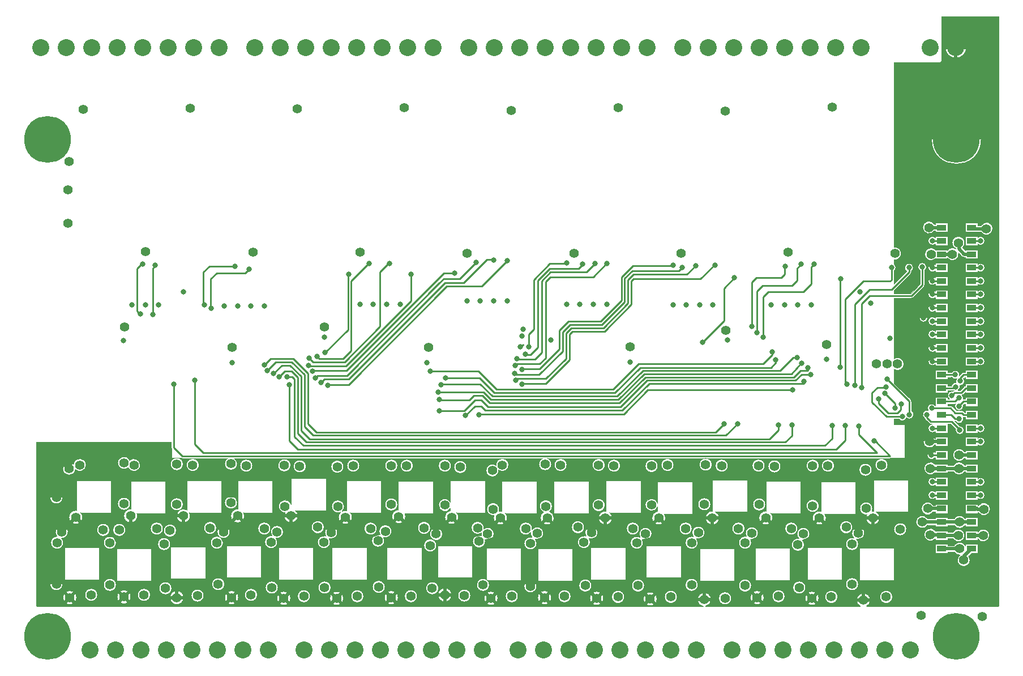
<source format=gbr>
%FSLAX23Y23*%
%MOIN*%
G04 EasyPC Gerber Version 17.0 Build 3379 *
%ADD88C,0.00394*%
%ADD24C,0.01000*%
%ADD87C,0.01969*%
%ADD23C,0.02000*%
%ADD22C,0.03200*%
%ADD21C,0.05600*%
%ADD17C,0.10000*%
%ADD13C,0.27500*%
%ADD14R,0.05512X0.03504*%
X0Y0D02*
D02*
D13*
X278Y278D03*
Y3203D03*
X5628Y278D03*
Y3203D03*
D02*
D14*
X5539Y795D03*
Y873D03*
Y952D03*
Y1031D03*
Y1110D03*
Y1188D03*
Y1267D03*
Y1346D03*
Y1425D03*
Y1503D03*
Y1582D03*
Y1661D03*
Y1740D03*
Y1818D03*
Y1897D03*
Y1976D03*
Y2055D03*
Y2133D03*
Y2212D03*
Y2291D03*
Y2370D03*
Y2448D03*
Y2527D03*
Y2606D03*
Y2684D03*
X5717Y795D03*
Y873D03*
Y952D03*
Y1031D03*
Y1110D03*
Y1188D03*
Y1267D03*
Y1346D03*
Y1425D03*
Y1503D03*
Y1582D03*
Y1661D03*
Y1740D03*
Y1818D03*
Y1897D03*
Y1976D03*
Y2055D03*
Y2133D03*
Y2212D03*
Y2291D03*
Y2370D03*
Y2448D03*
Y2527D03*
Y2606D03*
Y2684D03*
D02*
D17*
X238Y3744D03*
X388D03*
X527Y200D03*
X538Y3744D03*
X677Y200D03*
X688Y3744D03*
X827Y200D03*
X838Y3744D03*
X977Y200D03*
X988Y3744D03*
X1127Y200D03*
X1138Y3744D03*
X1277Y200D03*
X1288Y3744D03*
X1427Y200D03*
X1498Y3744D03*
X1577Y200D03*
X1648Y3744D03*
X1787Y200D03*
X1798Y3744D03*
X1937Y200D03*
X1948Y3744D03*
X2087Y200D03*
X2098Y3744D03*
X2237Y200D03*
X2248Y3744D03*
X2387Y200D03*
X2398Y3744D03*
X2537Y200D03*
X2548Y3744D03*
X2687Y200D03*
X2758Y3744D03*
X2837Y200D03*
X2908Y3744D03*
X3047Y200D03*
X3058Y3744D03*
X3197Y200D03*
X3208Y3744D03*
X3347Y200D03*
X3358Y3744D03*
X3497Y200D03*
X3508Y3744D03*
X3647Y200D03*
X3658Y3744D03*
X3797Y200D03*
X3808Y3744D03*
X3947Y200D03*
X4018Y3744D03*
X4097Y200D03*
X4168Y3744D03*
X4307Y200D03*
X4318Y3744D03*
X4457Y200D03*
X4468Y3744D03*
X4607Y200D03*
X4618Y3744D03*
X4757Y200D03*
X4768Y3744D03*
X4907Y200D03*
X4918Y3744D03*
X5057Y200D03*
X5068Y3744D03*
X5207Y200D03*
X5357D03*
X5475Y3744D03*
X5625D03*
D02*
D21*
X329Y586D03*
Y1096D03*
X333Y830D03*
X361Y893D03*
X396Y2708D03*
Y2905D03*
X404Y1265D03*
Y3074D03*
X408Y507D03*
X443Y980D03*
X467Y1287D03*
X486Y3378D03*
X534Y523D03*
X605Y905D03*
X644Y582D03*
Y830D03*
X699Y905D03*
X727Y511D03*
Y1059D03*
Y1299D03*
X731Y2098D03*
X766Y988D03*
X786Y1287D03*
X845Y523D03*
X853Y2543D03*
X920Y913D03*
X963Y822D03*
X971Y562D03*
X998Y901D03*
X1038Y507D03*
Y1056D03*
Y1292D03*
X1077Y988D03*
X1116Y3385D03*
X1132Y1287D03*
X1160Y519D03*
X1235Y917D03*
X1274Y830D03*
X1282Y586D03*
X1313Y893D03*
X1357Y1066D03*
Y1295D03*
X1361Y507D03*
X1364Y1980D03*
X1396Y988D03*
X1447Y1283D03*
X1475Y523D03*
X1486Y2539D03*
X1553Y913D03*
X1593Y834D03*
X1597Y566D03*
X1628Y893D03*
X1668Y503D03*
X1672Y1285D03*
X1675Y1044D03*
X1711Y988D03*
X1746Y3381D03*
X1762Y1279D03*
X1786Y515D03*
X1868Y921D03*
X1904Y834D03*
X1908Y566D03*
Y2098D03*
X1947Y889D03*
X1979Y503D03*
X1983Y1277D03*
X1986Y1043D03*
X2030Y980D03*
X2077Y1283D03*
X2101Y515D03*
X2116Y2539D03*
X2179Y913D03*
X2223Y842D03*
X2227Y570D03*
X2266Y897D03*
X2301Y507D03*
Y1055D03*
Y1283D03*
X2345Y984D03*
X2376Y3389D03*
X2392Y1283D03*
X2416Y515D03*
X2494Y917D03*
X2522Y1980D03*
X2530Y814D03*
X2542Y562D03*
X2565Y881D03*
X2616Y523D03*
Y1051D03*
Y1283D03*
X2656Y980D03*
X2707Y1275D03*
X2731Y519D03*
X2746Y2531D03*
X2809Y917D03*
X2817Y838D03*
X2841Y582D03*
X2868Y881D03*
X2888Y503D03*
X2896Y1255D03*
X2900Y1027D03*
X2943Y976D03*
X2955Y1287D03*
X3006Y3373D03*
X3010Y515D03*
X3093Y913D03*
X3120Y574D03*
Y826D03*
X3160Y885D03*
X3203Y507D03*
X3207Y1292D03*
X3211Y1044D03*
X3219Y976D03*
X3298Y1287D03*
X3321Y515D03*
X3376Y2531D03*
X3400Y921D03*
X3435Y834D03*
X3443Y578D03*
X3479Y889D03*
X3510Y503D03*
X3522Y1051D03*
Y1287D03*
X3561Y976D03*
X3612Y1283D03*
X3636Y511D03*
Y3389D03*
X3707Y1984D03*
X3723Y913D03*
X3746Y830D03*
X3754Y578D03*
X3798Y881D03*
X3825Y499D03*
X3833Y1052D03*
Y1281D03*
X3876Y976D03*
X3927Y1287D03*
X3947Y511D03*
X4006Y2531D03*
X4034Y913D03*
X4069Y582D03*
Y830D03*
X4109Y889D03*
X4144Y496D03*
Y1056D03*
X4152Y1289D03*
X4191Y976D03*
X4246Y1283D03*
X4266Y503D03*
Y3370D03*
X4270Y2078D03*
X4345Y913D03*
X4384Y578D03*
Y830D03*
X4423Y885D03*
X4455Y507D03*
X4463Y1283D03*
X4467Y1055D03*
X4506Y976D03*
X4557Y1279D03*
X4581Y515D03*
X4636Y2539D03*
X4656Y913D03*
X4695Y818D03*
X4703Y566D03*
X4727Y881D03*
X4778Y503D03*
X4782Y1047D03*
Y1283D03*
X4821Y976D03*
X4864Y1996D03*
X4872Y1283D03*
X4892Y511D03*
X4896Y3393D03*
X4979Y921D03*
X5014Y586D03*
Y822D03*
X5049Y885D03*
X5081Y492D03*
X5093Y1259D03*
X5097Y1031D03*
X5136Y976D03*
X5156Y1881D03*
X5187Y1287D03*
X5215Y511D03*
X5219Y1881D03*
X5266Y2531D03*
X5282Y1881D03*
X5298Y909D03*
X5420Y401D03*
X5427Y952D03*
X5459Y1031D03*
X5467Y2684D03*
X5471Y1425D03*
X5475Y877D03*
Y1267D03*
X5479Y2527D03*
X5605D03*
X5640Y873D03*
Y2594D03*
X5644Y1267D03*
Y1346D03*
X5648Y795D03*
Y952D03*
X5672Y728D03*
X5782Y397D03*
X5786Y873D03*
X5790Y1027D03*
X5805Y2677D03*
D02*
D22*
X723Y2019D03*
X774Y2228D03*
X825Y2177D03*
X837Y2468D03*
X853Y2228D03*
X896Y2173D03*
X912Y2464D03*
X931Y2228D03*
X1019Y1762D03*
X1077Y2307D03*
X1145Y1787D03*
X1199Y2228D03*
X1242Y2208D03*
X1317Y2224D03*
X1364Y1889D03*
X1380Y2456D03*
X1396Y2224D03*
X1463Y2440D03*
X1475Y2224D03*
X1553D03*
X1554Y1877D03*
X1572Y1842D03*
X1608Y1827D03*
X1642Y1806D03*
X1687D03*
X1701Y1759D03*
X1813Y1873D03*
X1817Y1917D03*
X1837Y1838D03*
X1853Y1799D03*
X1864Y1925D03*
X1888Y1771D03*
X1908Y2039D03*
X1912Y1948D03*
X1927Y1755D03*
X2049Y2409D03*
X2116Y2232D03*
X2172Y2472D03*
X2195Y2232D03*
X2274D03*
X2290Y2472D03*
X2353Y2232D03*
X2416Y2409D03*
X2510Y1889D03*
X2530Y1838D03*
X2577Y1716D03*
X2584Y1606D03*
X2585Y1673D03*
X2593Y1759D03*
X2620Y1799D03*
X2675Y2417D03*
X2738Y1578D03*
X2746Y2251D03*
X2801Y2480D03*
X2817Y1582D03*
X2825Y2251D03*
X2904D03*
Y2492D03*
X2983Y2251D03*
Y2488D03*
X3026Y1826D03*
X3030Y1873D03*
X3034Y1787D03*
X3042Y1913D03*
X3061Y1984D03*
X3069Y1763D03*
Y1850D03*
Y2047D03*
X3077Y2086D03*
X3089Y1940D03*
X3109Y1984D03*
X3242Y2023D03*
X3333Y2232D03*
Y2476D03*
X3412Y2232D03*
X3427Y2468D03*
X3490Y2232D03*
X3502Y2472D03*
X3569Y2232D03*
Y2472D03*
X3707Y1893D03*
X3959Y2228D03*
Y2464D03*
X4014Y2448D03*
X4038Y2228D03*
X4093Y2460D03*
X4116Y2228D03*
X4134Y2010D03*
X4195Y2228D03*
X4207Y2464D03*
X4262Y1530D03*
X4282Y2023D03*
X4321Y2389D03*
X4341Y1530D03*
X4423Y2102D03*
X4455Y2066D03*
X4490Y2039D03*
X4538Y2228D03*
X4543Y1953D03*
X4564Y1905D03*
X4579Y1521D03*
X4616Y2228D03*
X4620Y2456D03*
X4660Y1521D03*
X4663Y1729D03*
X4691Y1919D03*
X4695Y2228D03*
X4715Y2468D03*
X4716Y1887D03*
X4732Y1778D03*
X4753Y1858D03*
X4771Y1819D03*
X4774Y2228D03*
X4790Y2468D03*
X4864Y1909D03*
X4896Y1520D03*
X4944Y1864D03*
X4947Y2381D03*
X4975Y1518D03*
X4983Y1763D03*
X5030Y1755D03*
X5053Y1515D03*
X5061Y2307D03*
X5069Y1744D03*
X5124Y2240D03*
X5144Y1429D03*
X5172Y1677D03*
X5207Y1708D03*
X5215Y1747D03*
X5219Y1791D03*
X5238Y2031D03*
X5246Y2448D03*
X5266Y1622D03*
X5305Y1645D03*
X5310Y1572D03*
X5349Y2448D03*
X5351Y1583D03*
X5427Y2452D03*
X5435Y2153D03*
X5455Y1583D03*
X5482Y1346D03*
X5483Y1622D03*
X5486Y1110D03*
Y1188D03*
Y1503D03*
Y1897D03*
Y1976D03*
Y2055D03*
Y2133D03*
Y2212D03*
Y2291D03*
Y2370D03*
Y2448D03*
Y2606D03*
X5601Y1696D03*
X5621Y1818D03*
X5624Y1747D03*
X5644Y1559D03*
Y1633D03*
Y1681D03*
X5648Y1492D03*
X5651Y1781D03*
X5770Y1110D03*
Y1188D03*
Y1425D03*
Y1503D03*
Y1897D03*
Y1976D03*
Y2055D03*
Y2133D03*
Y2212D03*
Y2291D03*
Y2370D03*
Y2448D03*
Y2606D03*
D02*
D23*
X408Y507D02*
Y511D01*
X486Y3378D02*
Y3379D01*
X727Y511D02*
X723D01*
X766Y988D02*
X762Y984D01*
X786Y1287D02*
X790D01*
X1038Y507D02*
X1034Y503D01*
X1077Y988D02*
X1065D01*
X1361Y507D02*
X1357D01*
X1396Y988D02*
X1392Y992D01*
X1668Y503D02*
X1664Y507D01*
X1711Y988D02*
X1707D01*
Y992*
X1703*
X1979Y503D02*
X1975Y507D01*
X2030Y980D02*
Y984D01*
X2301Y507D02*
X2298D01*
X2345Y984D02*
X2341Y988D01*
X2616Y523D02*
X2612D01*
X2656Y980D02*
X2660Y984D01*
X2888Y503D02*
Y507D01*
X2943Y976D02*
X2939D01*
X3010Y515D02*
Y511D01*
X3203Y507D02*
X3199D01*
X3219Y976D02*
Y980D01*
X3510Y503D02*
X3506Y507D01*
X3561Y976D02*
X3565Y980D01*
X3825Y499D02*
X3821D01*
X3876Y976D02*
X3872D01*
X4144Y496D02*
X4140Y492D01*
X4191Y976D02*
X4179D01*
X4455Y507D02*
Y499D01*
X4506Y976D02*
X4502Y980D01*
X4778Y503D02*
Y507D01*
X4821Y976D02*
X4813D01*
X5081Y492D02*
Y488D01*
X5136Y976D02*
X5132Y972D01*
X5427Y952D02*
X5539D01*
X5459Y1031D02*
X5539D01*
X5467Y2684D02*
Y2681D01*
X5471Y1425D02*
Y1421D01*
X5475Y877D02*
X5535D01*
X5539Y873*
X5475Y1267D02*
X5538D01*
X5479Y2527D02*
X5475Y2523D01*
X5539Y1425D02*
X5471D01*
X5539Y2684D02*
X5467D01*
X5605Y2527D02*
X5539D01*
X5640Y873D02*
X5539D01*
X5644Y1267D02*
X5539D01*
X5648Y795D02*
X5539D01*
X5648Y952D02*
X5539D01*
X5672Y728D02*
Y749D01*
X5717Y795*
Y952D02*
X5648D01*
X5717Y1267D02*
X5644D01*
X5717Y1346D02*
X5644D01*
X5717Y2527D02*
X5675D01*
X5644Y2559*
Y2590*
X5640Y2594*
X5782Y397D02*
Y393D01*
X5786Y873D02*
X5717D01*
X5790Y1027D02*
X5750D01*
Y1031*
X5717*
X5805Y2677D02*
X5725D01*
X5717Y2684*
D02*
D24*
X731Y2098D02*
X727D01*
X825Y2177D02*
X829Y2173D01*
X825*
X805Y2192*
Y2444*
X829Y2468*
X837*
Y2464*
X896Y2173D02*
X888D01*
X896Y2181*
Y2444*
X912Y2460*
Y2464*
X908*
X1145Y1787D02*
Y1789D01*
X1148*
Y1792*
X1199Y2228D02*
X1195D01*
Y2421*
X1231Y2456*
X1380*
X1242Y2208D02*
X1238D01*
Y2381*
X1274Y2417*
X1439*
X1463Y2440*
X1380Y2456D02*
X1376D01*
X1463Y2440D02*
X1459Y2444D01*
X1813Y1873D02*
Y1870D01*
X1817Y1917D02*
Y1909D01*
X1837Y1838D02*
Y1842D01*
X2038*
X2612Y2417*
X2675*
X1853Y1799D02*
X1868Y1814D01*
X2042*
X2585Y2358*
X1864Y1925D02*
X1861D01*
X1888Y1771D02*
X1908Y1791D01*
X2049*
X2616Y2358*
X2727*
X2864Y2496*
X2904*
Y2492*
X1908Y2098D02*
Y2090D01*
X1912Y1948D02*
Y1952D01*
X1908*
X1927Y1755D02*
X1923Y1759D01*
X2049*
X2628Y2338*
X2833*
X2983Y2488*
X2049Y2409D02*
X2046D01*
Y2082*
X1912Y1948*
X2172Y2472D02*
X2168Y2476D01*
Y2472*
X2065Y2370*
Y1960*
X2018Y1913*
X1876*
X1864Y1925*
X2290Y2472D02*
X2286Y2468D01*
X2282*
X2235Y2421*
Y2102*
X2026Y1893*
X1841*
X1817Y1917*
X2416Y2409D02*
Y2251D01*
X2034Y1870*
X1817*
X1813Y1873*
X2584Y1606D02*
X2730D01*
X2793Y1669*
X2829*
X2869Y1629*
X3651*
X3807Y1786*
X4682*
X4716Y1819*
X4771*
X2620Y1799D02*
X2821D01*
X2908Y1712*
X3618*
X3766Y1860*
X4537*
X4564Y1888*
Y1905*
X2801Y2480D02*
X2703Y2381D01*
X2609*
X2585Y2358*
X3030Y1873D02*
Y1870D01*
X3061Y1984D02*
Y1992D01*
X3077*
Y1996*
X3069Y1763D02*
X3073D01*
Y1767*
X3069Y1850D02*
X3073Y1854D01*
X3175*
X3290Y1968*
Y2078*
X3345Y2133*
X3534*
X3656Y2255*
Y2393*
X3723Y2460*
X3955*
X3959Y2464*
X3077Y2086D02*
Y2082D01*
X3073Y2078*
X3089Y1940D02*
X3097D01*
Y1936*
X3109Y1984D02*
Y2055D01*
X3140Y2086*
Y2377*
X3235Y2472*
X3329*
X3333Y2476*
Y2472*
X3427Y2468D02*
Y2464D01*
X3423*
X3404Y2444*
X3235*
X3164Y2373*
Y1980*
X3120Y1936*
X3093*
X3089Y1940*
X3502Y2472D02*
X3451Y2421D01*
X3238*
X3187Y2370*
Y1948*
X3148Y1909*
X3046*
X3042Y1913*
X3569Y2472D02*
Y2468D01*
X3565*
X3490Y2393*
X3238*
X3211Y2366*
Y1917*
X3175Y1881*
X3038*
X3030Y1873*
X3959Y2464D02*
Y2460D01*
X4014Y2448D02*
X4010D01*
X4014D02*
X3994Y2429D01*
X3719*
X3675Y2385*
Y2247*
X3542Y2114*
X3353*
X3309Y2070*
Y1956*
X3172Y1818*
X3034*
X3026Y1826*
X4093Y2460D02*
X4089D01*
Y2456*
X4042Y2409*
X3727*
X3695Y2377*
Y2240*
X3549Y2094*
X3361*
X3329Y2062*
Y1913*
X3211Y1795*
X3042*
X3034Y1787*
X4134Y2010D02*
X4133D01*
X4259Y2136*
Y2327*
X4321Y2389*
X4207Y2464D02*
X4203D01*
X4120Y2381*
X3727*
X3715Y2370*
Y2232*
X3557Y2074*
X3368*
X3349Y2055*
Y1905*
X3211Y1767*
X3073*
X3069Y1763*
X4262Y1530D02*
X4211Y1479D01*
X1861*
X1811Y1529*
Y1827*
X1725Y1913*
X1590*
X1554Y1877*
X4270Y2078D02*
Y2082D01*
X4258*
X4341Y1530D02*
X4272Y1461D01*
X1841*
X1791Y1511*
Y1818*
X1715Y1894*
X1622*
X1572Y1844*
Y1842*
X4423Y2102D02*
Y2362D01*
X4451Y2389*
X4597*
X4616Y2409*
Y2452*
X4620Y2456*
X4455Y2066D02*
Y2310D01*
X4486Y2342*
X4660*
X4691Y2373*
Y2444*
X4715Y2468*
X4490Y2039D02*
Y2275D01*
X4522Y2307*
X4727*
X4774Y2354*
Y2452*
X4790Y2468*
X4543Y1953D02*
Y1935D01*
X4489Y1882*
X3756*
X3606Y1732*
X2920*
X2813Y1838*
X2530*
X4579Y1521D02*
Y1491D01*
X4528Y1440*
X1821*
X1771Y1490*
Y1808*
X1705Y1874*
X1656*
X1608Y1827*
X4660Y1521D02*
Y1460D01*
X4621Y1421*
X1801*
X1751Y1471*
Y1801*
X1713Y1838*
X1675*
X1642Y1806*
X4663Y1729D02*
X3811D01*
X3669Y1587*
X2822*
X2817Y1582*
X4691Y1919D02*
X4666Y1920D01*
X4619Y1873*
Y1872*
X4589Y1843*
X3783*
X3632Y1692*
X2896*
X2825Y1763*
X2593*
Y1759*
X4716Y1887D02*
Y1888D01*
X4656Y1824*
X3790*
X3638Y1673*
X2888*
X2845Y1716*
X2577*
X4732Y1778D02*
Y1766D01*
X3819*
X3661Y1608*
X2854*
X2829Y1633*
X2794*
X2738Y1578*
X4753Y1858D02*
Y1844D01*
X4712*
X4672Y1804*
X3796*
X3645Y1653*
X2880*
X2837Y1696*
X2786*
X2759Y1669*
X2585*
Y1673*
X4896Y1520D02*
Y1444D01*
X4853Y1401*
X1783*
X1731Y1454*
Y1793*
X1718Y1806*
X1687*
X4944Y1864D02*
Y2381D01*
X4947*
X4975Y1518D02*
Y1432D01*
X4922Y1380*
X1751*
X1701Y1430*
Y1759*
X4983Y1763D02*
X4975D01*
Y2263*
X5081Y2370*
X5238*
X5246Y2377*
Y2448*
X5030Y1755D02*
Y2232D01*
X5116Y2318*
X5246*
X5349Y2421*
Y2448*
X5053Y1515D02*
Y1466D01*
X5159Y1360*
X1194*
X1145Y1409*
Y1787*
X5144Y1429D02*
X5149D01*
X5238Y1340*
X1069*
X1019Y1390*
Y1762*
X5172Y1677D02*
Y1649D01*
X5227Y1594*
X5282*
X5301Y1614*
Y1641*
X5305Y1645*
X5219Y1791D02*
X5349Y1661D01*
Y1586*
X5351Y1583*
X5266Y1622D02*
Y1649D01*
X5207Y1708*
X5310Y1572D02*
X5217D01*
X5132Y1657*
Y1712*
X5164Y1744*
X5211*
X5215Y1747*
X5427Y2452D02*
Y2346D01*
X5364Y2283*
X5116*
X5069Y2236*
Y1744*
X5482Y1346D02*
Y1346D01*
X5539*
X5483Y1622D02*
X5593D01*
X5620Y1594*
X5660*
X5672Y1582*
X5717*
X5486Y1110D02*
X5539D01*
X5486Y1188D02*
X5539D01*
X5486Y1503D02*
X5539D01*
X5486Y1897D02*
X5539D01*
X5486Y1976D02*
X5539D01*
X5486Y2055D02*
X5539D01*
X5486Y2133D02*
X5539D01*
X5486Y2212D02*
X5539D01*
X5486Y2291D02*
X5539D01*
X5486Y2370D02*
X5539D01*
X5486Y2448D02*
X5539D01*
X5486Y2606D02*
X5539D01*
Y1582D02*
X5597D01*
X5620Y1559*
X5644*
X5539Y1661D02*
X5620D01*
X5640Y1681*
X5644*
X5621Y1818D02*
X5539D01*
X5624Y1747D02*
Y1740D01*
X5539*
X5644Y1633D02*
Y1635D01*
X5669Y1661*
X5717*
X5648Y1492D02*
Y1495D01*
X5601Y1542*
X5478*
X5455Y1566*
Y1583*
X5651Y1781D02*
Y1798D01*
X5671Y1818*
X5717*
Y1740D02*
X5683D01*
X5656Y1712*
X5616*
X5601Y1696*
X5770Y1110D02*
X5717D01*
X5770Y1188D02*
X5717D01*
X5770Y1425D02*
X5717D01*
X5770Y1503D02*
X5717D01*
X5770Y1897D02*
X5717D01*
X5770Y1976D02*
X5717D01*
X5770Y2055D02*
X5717D01*
X5770Y2133D02*
X5717D01*
X5770Y2212D02*
X5717D01*
X5770Y2291D02*
X5717D01*
X5770Y2370D02*
X5717D01*
X5770Y2448D02*
X5717D01*
X5770Y2606D02*
X5717D01*
D02*
D87*
X395Y494D02*
X374Y473D01*
X395Y520D02*
X374Y541D01*
X421Y494D02*
X442Y473D01*
X421Y520D02*
X442Y541D01*
X430Y967D02*
X409Y946D01*
X456Y967D02*
X477Y946D01*
X714Y498D02*
X693Y477D01*
X714Y524D02*
X693Y545D01*
X739Y498D02*
X760Y477D01*
X739Y524D02*
X760Y545D01*
X766Y969D02*
Y940D01*
X1020Y507D02*
X990D01*
X1038Y525D02*
Y555D01*
X1056Y507D02*
X1086D01*
X1059Y988D02*
X1029D01*
X1077Y969D02*
Y940D01*
X1348Y494D02*
X1327Y473D01*
X1348Y520D02*
X1327Y541D01*
X1373Y494D02*
X1394Y473D01*
X1373Y520D02*
X1394Y541D01*
X1383Y975D02*
X1362Y954D01*
X1409Y975D02*
X1430Y954D01*
X1655Y491D02*
X1634Y470D01*
X1655Y516D02*
X1634Y537D01*
X1680Y491D02*
X1701Y470D01*
X1680Y516D02*
X1701Y537D01*
X1693Y988D02*
X1663D01*
X1711Y969D02*
Y940D01*
X1729Y988D02*
X1759D01*
X1966Y491D02*
X1945Y470D01*
X1966Y516D02*
X1945Y537D01*
X1991Y491D02*
X2012Y470D01*
X1991Y516D02*
X2012Y537D01*
X2017Y967D02*
X1996Y946D01*
X2043Y967D02*
X2064Y946D01*
X2289Y494D02*
X2268Y473D01*
X2289Y520D02*
X2268Y541D01*
X2314Y494D02*
X2335Y473D01*
X2314Y520D02*
X2335Y541D01*
X2332Y971D02*
X2311Y950D01*
X2358Y971D02*
X2379Y950D01*
X2598Y523D02*
X2569D01*
X2616Y505D02*
Y475D01*
Y541D02*
Y571D01*
X2635Y523D02*
X2664D01*
X2643Y967D02*
X2622Y946D01*
X2669Y967D02*
X2690Y946D01*
X2875Y491D02*
X2854Y470D01*
X2875Y516D02*
X2854Y537D01*
X2901Y491D02*
X2922Y470D01*
X2901Y516D02*
X2922Y537D01*
X2930Y963D02*
X2909Y942D01*
X2956Y963D02*
X2977Y942D01*
X3190Y494D02*
X3169Y473D01*
X3190Y520D02*
X3169Y541D01*
X3206Y963D02*
X3185Y942D01*
X3216Y494D02*
X3237Y473D01*
X3216Y520D02*
X3237Y541D01*
X3232Y963D02*
X3253Y942D01*
X3497Y491D02*
X3476Y470D01*
X3497Y516D02*
X3476Y537D01*
X3523Y491D02*
X3544Y470D01*
X3523Y516D02*
X3544Y537D01*
X3543Y976D02*
X3513D01*
X3561Y958D02*
Y928D01*
X3579Y976D02*
X3609D01*
X3812Y487D02*
X3791Y466D01*
X3812Y512D02*
X3791Y533D01*
X3838Y487D02*
X3859Y466D01*
X3838Y512D02*
X3859Y533D01*
X3863Y963D02*
X3842Y942D01*
X3889Y963D02*
X3910Y942D01*
X4126Y496D02*
X4096D01*
X4144Y514D02*
Y543D01*
X4162Y496D02*
X4192D01*
X4173Y976D02*
X4143D01*
X4191Y958D02*
Y928D01*
X4209Y976D02*
X4239D01*
X4442Y494D02*
X4421Y473D01*
X4442Y520D02*
X4421Y541D01*
X4468Y494D02*
X4489Y473D01*
X4468Y520D02*
X4489Y541D01*
X4493Y963D02*
X4472Y942D01*
X4519Y963D02*
X4540Y942D01*
X4765Y491D02*
X4744Y470D01*
X4765Y516D02*
X4744Y537D01*
X4791Y491D02*
X4812Y470D01*
X4791Y516D02*
X4812Y537D01*
X4808Y963D02*
X4787Y942D01*
X4834Y963D02*
X4855Y942D01*
X5063Y492D02*
X5033D01*
X5081Y510D02*
Y539D01*
X5099Y492D02*
X5129D01*
X5118Y976D02*
X5088D01*
X5136Y958D02*
Y928D01*
X5154Y976D02*
X5184D01*
X5585Y3744D02*
X5555D01*
X5625Y3704D02*
Y3674D01*
Y3784D02*
Y3814D01*
X5665Y3744D02*
X5695D01*
D02*
D88*
X1005Y1421D02*
X211D01*
Y460*
X215Y456*
X4137*
G75*
G02X4104Y496I7J39*
G01*
G75*
G02X4184I40*
G01*
G75*
G02X4151Y456I-40*
G01*
X5062*
G75*
G02X5041Y492I18J35*
G01*
G75*
G02X5121I40*
G01*
G75*
G02X5099Y456I-40*
G01*
X5872*
X5876Y460*
Y3925*
X5542*
Y3665*
X5534Y3657*
X5262*
Y2568*
G75*
G02X5303Y2531I4J-37*
G01*
G75*
G02X5262Y2494I-37*
G01*
Y2468*
G75*
G02Y2429I-16J-19*
G01*
Y2354*
X5335Y2427*
Y2428*
G75*
G02X5324Y2448I14J21*
G01*
G75*
G02X5374I25*
G01*
G75*
G02X5363Y2428I-25*
G01*
Y2421*
G75*
G02X5359Y2411I-14*
G01*
X5262Y2314*
Y2297*
X5359*
X5413Y2352*
Y2432*
G75*
G02X5402Y2452I14J21*
G01*
G75*
G02X5452I25*
G01*
G75*
G02X5441Y2432I-25*
G01*
Y2346*
G75*
G02X5437Y2336I-14*
G01*
X5374Y2273*
G75*
G02X5364Y2269I-10J10*
G01*
X5262*
Y2039*
G75*
G02X5263Y2031I-24J-8*
G01*
G75*
G02X5262Y2023I-25*
G01*
Y1913*
G75*
G02X5319Y1881I20J-31*
G01*
G75*
G02X5262Y1850I-37*
G01*
Y1767*
X5359Y1671*
G75*
G02X5363Y1661I-10J-10*
G01*
Y1606*
G75*
G02X5376Y1583I-11J-22*
G01*
G75*
G02X5334Y1565I-25*
G01*
G75*
G02X5289Y1558I-24J7*
G01*
X5262*
Y1527*
X5325*
Y1330*
X5248*
G75*
G02X5238Y1326I-10J10*
G01*
X3222*
G75*
G02X3244Y1292I-15J-34*
G01*
G75*
G02X3170I-37*
G01*
G75*
G02X3191Y1326I37*
G01*
X1376*
G75*
G02X1394Y1295I-20J-31*
G01*
G75*
G02X1320I-37*
G01*
G75*
G02X1337Y1326I37*
G01*
X1069*
G75*
G02X1060Y1330J14*
G01*
X1059Y1330*
X1006*
Y1385*
G75*
G02X1005Y1390I13J5*
G01*
Y1421*
X292Y586D02*
G75*
G02X366I37D01*
G01*
G75*
G02X292I-37*
G01*
Y1096D02*
G75*
G02X366I37D01*
G01*
G75*
G02X292I-37*
G01*
X334Y867D02*
G75*
G02X324Y893I26J26D01*
G01*
G75*
G02X397I37*
G01*
G75*
G02X359Y856I-37*
G01*
G75*
G02X370Y830I-26J-26*
G01*
G75*
G02X296I-37*
G01*
G75*
G02X334Y867I37*
G01*
X368Y507D02*
G75*
G02X448I40D01*
G01*
G75*
G02X368I-40*
G01*
X376Y803D02*
X581D01*
Y614*
X376*
Y803*
X430Y1291D02*
G75*
G02X504Y1287I37J-4D01*
G01*
G75*
G02X441Y1261I-37*
G01*
G75*
G02X367Y1265I-37J4*
G01*
G75*
G02X430Y1291I37*
G01*
X447Y1020D02*
Y1196D01*
X652*
Y1007*
X472*
G75*
G02X483Y980I-29J-28*
G01*
G75*
G02X403I-40*
G01*
G75*
G02X447Y1020I40*
G01*
X497Y523D02*
G75*
G02X571I37D01*
G01*
G75*
G02X497I-37*
G01*
X568Y905D02*
G75*
G02X642I37D01*
G01*
G75*
G02X568I-37*
G01*
X607Y582D02*
G75*
G02X681I37D01*
G01*
G75*
G02X607I-37*
G01*
Y830D02*
G75*
G02X681I37D01*
G01*
G75*
G02X607I-37*
G01*
X662Y905D02*
G75*
G02X736I37D01*
G01*
G75*
G02X662I-37*
G01*
X683Y795D02*
X888D01*
Y606*
X683*
Y795*
X687Y511D02*
G75*
G02X767I40D01*
G01*
G75*
G02X687I-40*
G01*
X690Y1059D02*
G75*
G02X764I37D01*
G01*
G75*
G02X690I-37*
G01*
X752Y1272D02*
G75*
G02X690Y1299I-25J27D01*
G01*
G75*
G02X760Y1314I37*
G01*
G75*
G02X823Y1287I25J-27*
G01*
G75*
G02X752Y1272I-37*
G01*
X766Y1028D02*
Y1192D01*
X971*
Y1003*
X803*
G75*
G02X806Y988I-37J-16*
G01*
G75*
G02X726I-40*
G01*
G75*
G02X766Y1028I40*
G01*
X808Y523D02*
G75*
G02X882I37D01*
G01*
G75*
G02X808I-37*
G01*
X883Y913D02*
G75*
G02X957I37D01*
G01*
G75*
G02X883I-37*
G01*
X926Y822D02*
G75*
G02X1000I37D01*
G01*
G75*
G02X926I-37*
G01*
X934Y562D02*
G75*
G02X1008I37D01*
G01*
G75*
G02X934I-37*
G01*
X961Y901D02*
G75*
G02X1035I37D01*
G01*
G75*
G02X961I-37*
G01*
X998Y507D02*
G75*
G02X1078I40D01*
G01*
G75*
G02X998I-40*
G01*
X1001Y1056D02*
G75*
G02X1075I37D01*
G01*
G75*
G02X1001I-37*
G01*
Y1292D02*
G75*
G02X1075I37D01*
G01*
G75*
G02X1001I-37*
G01*
X1002Y807D02*
X1207D01*
Y618*
X1002*
Y807*
X1095Y1287D02*
G75*
G02X1169I37D01*
G01*
G75*
G02X1095I-37*
G01*
X1097Y1022D02*
Y1196D01*
X1301*
Y1007*
X1112*
G75*
G02X1117Y988I-35J-20*
G01*
G75*
G02X1037I-40*
G01*
G75*
G02X1097Y1022I40*
G01*
X1123Y519D02*
G75*
G02X1197I37D01*
G01*
G75*
G02X1123I-37*
G01*
X1198Y917D02*
G75*
G02X1271I37D01*
G01*
G75*
G02X1198I-37*
G01*
X1237Y830D02*
G75*
G02X1311I37D01*
G01*
G75*
G02X1237I-37*
G01*
X1245Y586D02*
G75*
G02X1319I37D01*
G01*
G75*
G02X1245I-37*
G01*
X1276Y893D02*
G75*
G02X1350I37D01*
G01*
G75*
G02X1276I-37*
G01*
X1320Y1066D02*
G75*
G02X1394I37D01*
G01*
G75*
G02X1320I-37*
G01*
X1321Y507D02*
G75*
G02X1400I40D01*
G01*
G75*
G02X1321I-40*
G01*
X1329Y814D02*
X1534D01*
Y625*
X1329*
Y814*
X1396Y1028D02*
Y1196D01*
X1601*
Y1007*
X1431*
G75*
G02X1436Y988I-35J-20*
G01*
G75*
G02X1356I-40*
G01*
G75*
G02X1396Y1028I40*
G01*
X1410Y1283D02*
G75*
G02X1484I37D01*
G01*
G75*
G02X1410I-37*
G01*
X1438Y523D02*
G75*
G02X1512I37D01*
G01*
G75*
G02X1438I-37*
G01*
X1516Y913D02*
G75*
G02X1590I37D01*
G01*
G75*
G02X1516I-37*
G01*
X1560Y566D02*
G75*
G02X1634I37D01*
G01*
G75*
G02X1560I-37*
G01*
X1599Y871D02*
G75*
G02X1591Y893I29J23D01*
G01*
G75*
G02X1665I37*
G01*
G75*
G02X1622Y857I-37*
G01*
G75*
G02X1630Y834I-29J-23*
G01*
G75*
G02X1556I-37*
G01*
G75*
G02X1599Y871I37*
G01*
X1628Y503D02*
G75*
G02X1708I40D01*
G01*
G75*
G02X1628I-40*
G01*
X1635Y1285D02*
G75*
G02X1708I37D01*
G01*
G75*
G02X1635I-37*
G01*
X1636Y803D02*
X1841D01*
Y614*
X1636*
Y803*
X1676Y1007D02*
G75*
G02X1638Y1044I-1J37D01*
G01*
G75*
G02X1711Y1055I37*
G01*
Y1208*
X1916*
Y1019*
X1736*
G75*
G02X1751Y988I-25J-31*
G01*
G75*
G02X1671I-40*
G01*
G75*
G02X1676Y1007I40J0*
G01*
X1725Y1279D02*
G75*
G02X1799I37D01*
G01*
G75*
G02X1725I-37*
G01*
X1749Y515D02*
G75*
G02X1823I37D01*
G01*
G75*
G02X1749I-37*
G01*
X1831Y921D02*
G75*
G02X1905I37D01*
G01*
G75*
G02X1831I-37*
G01*
X1871Y566D02*
G75*
G02X1945I37D01*
G01*
G75*
G02X1871I-37*
G01*
X1916Y869D02*
G75*
G02X1910Y889I31J20D01*
G01*
G75*
G02X1984I37*
G01*
G75*
G02X1935Y854I-37*
G01*
G75*
G02X1941Y834I-31J-20*
G01*
G75*
G02X1867I-37*
G01*
G75*
G02X1916Y869I37*
G01*
X1939Y503D02*
G75*
G02X2019I40D01*
G01*
G75*
G02X1939I-40*
G01*
X1946Y1277D02*
G75*
G02X2020I37D01*
G01*
G75*
G02X1946I-37*
G01*
X1951Y803D02*
X2156D01*
Y614*
X1951*
Y803*
X2004Y1010D02*
G75*
G02X1950Y1043I-17J33D01*
G01*
G75*
G02X2023I37*
G01*
G75*
G02X2011Y1015I-37*
G01*
G75*
G02X2038Y1019I19J-35*
G01*
Y1196*
X2242*
Y1007*
X2059*
G75*
G02X2070Y980I-29J-28*
G01*
G75*
G02X1990I-40*
G01*
G75*
G02X2004Y1010I40*
G01*
X2040Y1283D02*
G75*
G02X2114I37D01*
G01*
G75*
G02X2040I-37*
G01*
X2064Y515D02*
G75*
G02X2138I37D01*
G01*
G75*
G02X2064I-37*
G01*
X2142Y913D02*
G75*
G02X2216I37D01*
G01*
G75*
G02X2142I-37*
G01*
X2190Y570D02*
G75*
G02X2264I37D01*
G01*
G75*
G02X2190I-37*
G01*
X2235Y877D02*
G75*
G02X2229Y897I31J20D01*
G01*
G75*
G02X2303I37*
G01*
G75*
G02X2254Y862I-37*
G01*
G75*
G02X2260Y842I-31J-20*
G01*
G75*
G02X2186I-37*
G01*
G75*
G02X2235Y877I37*
G01*
X2261Y507D02*
G75*
G02X2341I40D01*
G01*
G75*
G02X2261I-40*
G01*
X2264Y1055D02*
G75*
G02X2338I37D01*
G01*
G75*
G02X2264I-37*
G01*
Y1283D02*
G75*
G02X2338I37D01*
G01*
G75*
G02X2264I-37*
G01*
X2274Y803D02*
X2479D01*
Y614*
X2274*
Y803*
X2341Y1023D02*
Y1192D01*
X2546*
Y1003*
X2380*
G75*
G02X2385Y984I-35J-20*
G01*
G75*
G02X2305I-40*
G01*
G75*
G02X2341Y1023I40*
G01*
X2355Y1283D02*
G75*
G02X2429I37D01*
G01*
G75*
G02X2355I-37*
G01*
X2379Y515D02*
G75*
G02X2453I37D01*
G01*
G75*
G02X2379I-37*
G01*
X2457Y917D02*
G75*
G02X2531I37D01*
G01*
G75*
G02X2457I-37*
G01*
X2493Y814D02*
G75*
G02X2567I37D01*
G01*
G75*
G02X2493I-37*
G01*
X2505Y562D02*
G75*
G02X2579I37D01*
G01*
G75*
G02X2505I-37*
G01*
X2528Y881D02*
G75*
G02X2602I37D01*
G01*
G75*
G02X2528I-37*
G01*
X2573Y814D02*
X2778D01*
Y625*
X2573*
Y814*
X2576Y523D02*
G75*
G02X2656I40D01*
G01*
G75*
G02X2576I-40*
G01*
X2579Y1283D02*
G75*
G02X2653I37D01*
G01*
G75*
G02X2579I-37*
G01*
X2648Y1019D02*
Y1031D01*
G75*
G02X2579Y1051I-31J19*
G01*
G75*
G02X2648Y1070I37*
G01*
Y1196*
X2853*
Y1007*
X2685*
G75*
G02X2696Y980I-29J-28*
G01*
G75*
G02X2616I-40*
G01*
G75*
G02X2648Y1019I40*
G01*
X2670Y1275D02*
G75*
G02X2744I37D01*
G01*
G75*
G02X2670I-37*
G01*
X2694Y519D02*
G75*
G02X2768I37D01*
G01*
G75*
G02X2694I-37*
G01*
X2832Y888D02*
G75*
G02X2772Y917I-23J29D01*
G01*
G75*
G02X2846I37*
G01*
G75*
G02X2846Y911I-37J0*
G01*
G75*
G02X2905Y881I23J-29*
G01*
G75*
G02X2853Y848I-37*
G01*
G75*
G02X2854Y838I-36J-10*
G01*
G75*
G02X2780I-37*
G01*
G75*
G02X2833Y872I37*
G01*
G75*
G02X2831Y881I36J10*
G01*
G75*
G02X2832Y888I37J0*
G01*
X2848Y503D02*
G75*
G02X2928I40D01*
G01*
G75*
G02X2848I-40*
G01*
X2861Y613D02*
Y799D01*
X3065*
Y610*
X2865*
G75*
G02X2878Y582I-25J-28*
G01*
G75*
G02X2804I-37*
G01*
G75*
G02X2861Y613I37*
G01*
X2906Y991D02*
G75*
G02X2863Y1027I-6J36D01*
G01*
G75*
G02X2937I37*
G01*
G75*
G02X2935Y1015I-37*
G01*
G75*
G02X2951Y1015I8J-39*
G01*
Y1192*
X3156*
Y1003*
X2972*
G75*
G02X2983Y976I-29J-28*
G01*
G75*
G02X2903I-40*
G01*
G75*
G02X2906Y991I40J0*
G01*
X2918Y1285D02*
G75*
G02X2918Y1287I37J2D01*
G01*
G75*
G02X2992I37*
G01*
G75*
G02X2933Y1257I-37*
G01*
G75*
G02X2933Y1255I-37J-2*
G01*
G75*
G02X2859I-37*
G01*
G75*
G02X2918Y1285I37*
G01*
X2973Y515D02*
G75*
G02X3047I37D01*
G01*
G75*
G02X2973I-37*
G01*
X3083Y574D02*
G75*
G02X3157I37D01*
G01*
G75*
G02X3083I-37*
G01*
X3123Y892D02*
G75*
G02X3056Y913I-31J21D01*
G01*
G75*
G02X3130I37*
G01*
G75*
G02X3129Y906I-37J0*
G01*
G75*
G02X3197Y885I31J-21*
G01*
G75*
G02X3149Y850I-37*
G01*
G75*
G02X3157Y826I-28J-24*
G01*
G75*
G02X3083I-37*
G01*
G75*
G02X3131Y862I37*
G01*
G75*
G02X3123Y892I28J24*
G01*
X3163Y507D02*
G75*
G02X3243I40D01*
G01*
G75*
G02X3163I-40*
G01*
X3164Y795D02*
X3368D01*
Y606*
X3164*
Y795*
X3198Y1010D02*
G75*
G02X3174Y1044I13J35D01*
G01*
G75*
G02X3248I37*
G01*
G75*
G02X3231Y1014I-37*
G01*
G75*
G02X3259Y976I-13J-38*
G01*
G75*
G02X3179I-40*
G01*
G75*
G02X3198Y1010I40*
G01*
X3258Y1192D02*
X3463D01*
Y1003*
X3258*
Y1192*
X3261Y1287D02*
G75*
G02X3334I37D01*
G01*
G75*
G02X3261I-37*
G01*
X3284Y515D02*
G75*
G02X3358I37D01*
G01*
G75*
G02X3284I-37*
G01*
X3363Y921D02*
G75*
G02X3437I37D01*
G01*
G75*
G02X3363I-37*
G01*
X3406Y578D02*
G75*
G02X3480I37D01*
G01*
G75*
G02X3406I-37*
G01*
X3448Y869D02*
G75*
G02X3442Y889I31J20D01*
G01*
G75*
G02X3516I37*
G01*
G75*
G02X3466Y854I-37*
G01*
G75*
G02X3472Y834I-31J-20*
G01*
G75*
G02X3398I-37*
G01*
G75*
G02X3448Y869I37*
G01*
X3470Y503D02*
G75*
G02X3550I40D01*
G01*
G75*
G02X3470I-40*
G01*
X3475Y803D02*
X3679D01*
Y614*
X3475*
Y803*
X3485Y1051D02*
G75*
G02X3559I37D01*
G01*
G75*
G02X3485I-37*
G01*
Y1287D02*
G75*
G02X3559I37D01*
G01*
G75*
G02X3485I-37*
G01*
X3565Y1016D02*
Y1196D01*
X3770*
Y1007*
X3586*
G75*
G02X3601Y976I-25J-31*
G01*
G75*
G02X3521I-40*
G01*
G75*
G02X3565Y1016I40*
G01*
X3575Y1283D02*
G75*
G02X3649I37D01*
G01*
G75*
G02X3575I-37*
G01*
X3599Y511D02*
G75*
G02X3673I37D01*
G01*
G75*
G02X3599I-37*
G01*
X3686Y913D02*
G75*
G02X3760I37D01*
G01*
G75*
G02X3686I-37*
G01*
X3717Y578D02*
G75*
G02X3791I37D01*
G01*
G75*
G02X3717I-37*
G01*
X3767Y861D02*
G75*
G02X3761Y881I31J20D01*
G01*
G75*
G02X3834I37*
G01*
G75*
G02X3777Y850I-37*
G01*
G75*
G02X3783Y830I-31J-20*
G01*
G75*
G02X3709I-37*
G01*
G75*
G02X3767Y861I37*
G01*
X3785Y499D02*
G75*
G02X3865I40D01*
G01*
G75*
G02X3785I-40*
G01*
X3796Y1281D02*
G75*
G02X3870I37D01*
G01*
G75*
G02X3796I-37*
G01*
X3801Y814D02*
X4006D01*
Y625*
X3801*
Y814*
X3868Y1015D02*
Y1042D01*
G75*
G02X3796Y1052I-35J11*
G01*
G75*
G02X3868Y1063I37*
G01*
Y1188*
X4073*
Y999*
X3908*
G75*
G02X3916Y976I-32J-24*
G01*
G75*
G02X3836I-40*
G01*
G75*
G02X3868Y1015I40*
G01*
X3890Y1287D02*
G75*
G02X3964I37D01*
G01*
G75*
G02X3890I-37*
G01*
X3910Y511D02*
G75*
G02X3984I37D01*
G01*
G75*
G02X3910I-37*
G01*
X3997Y913D02*
G75*
G02X4071I37D01*
G01*
G75*
G02X3997I-37*
G01*
X4032Y582D02*
G75*
G02X4106I37D01*
G01*
G75*
G02X4032I-37*
G01*
X4080Y865D02*
G75*
G02X4072Y889I28J24D01*
G01*
G75*
G02X4146I37*
G01*
G75*
G02X4097Y854I-37*
G01*
G75*
G02X4106Y830I-28J-24*
G01*
G75*
G02X4032I-37*
G01*
G75*
G02X4080Y865I37*
G01*
X4107Y1056D02*
G75*
G02X4181I37D01*
G01*
G75*
G02X4107I-37*
G01*
X4115Y1289D02*
G75*
G02X4189I37D01*
G01*
G75*
G02X4115I-37*
G01*
X4116Y795D02*
X4321D01*
Y606*
X4116*
Y795*
X4191Y1016D02*
Y1200D01*
X4396*
Y1011*
X4210*
G75*
G02X4231Y976I-18J-35*
G01*
G75*
G02X4151I-40*
G01*
G75*
G02X4191Y1016I40*
G01*
X4209Y1283D02*
G75*
G02X4283I37D01*
G01*
G75*
G02X4209I-37*
G01*
X4229Y503D02*
G75*
G02X4303I37D01*
G01*
G75*
G02X4229I-37*
G01*
X4308Y913D02*
G75*
G02X4382I37D01*
G01*
G75*
G02X4308I-37*
G01*
X4347Y578D02*
G75*
G02X4421I37D01*
G01*
G75*
G02X4347I-37*
G01*
X4392Y866D02*
G75*
G02X4387Y885I32J19D01*
G01*
G75*
G02X4460I37*
G01*
G75*
G02X4416Y849I-37*
G01*
G75*
G02X4421Y830I-32J-19*
G01*
G75*
G02X4347I-37*
G01*
G75*
G02X4392Y866I37*
G01*
X4415Y507D02*
G75*
G02X4495I40D01*
G01*
G75*
G02X4415I-40*
G01*
X4426Y1283D02*
G75*
G02X4500I37D01*
G01*
G75*
G02X4426I-37*
G01*
X4430Y1055D02*
G75*
G02X4504I37D01*
G01*
G75*
G02X4430I-37*
G01*
X4443Y799D02*
X4648D01*
Y610*
X4443*
Y799*
X4506Y1016D02*
Y1192D01*
X4711*
Y1003*
X4535*
G75*
G02X4546Y976I-29J-28*
G01*
G75*
G02X4466I-40*
G01*
G75*
G02X4506Y1016I40*
G01*
X4520Y1279D02*
G75*
G02X4594I37D01*
G01*
G75*
G02X4520I-37*
G01*
X4544Y515D02*
G75*
G02X4618I37D01*
G01*
G75*
G02X4544I-37*
G01*
X4619Y913D02*
G75*
G02X4693I37D01*
G01*
G75*
G02X4619I-37*
G01*
X4666Y566D02*
G75*
G02X4740I37D01*
G01*
G75*
G02X4666I-37*
G01*
X4701Y855D02*
G75*
G02X4690Y881I26J26D01*
G01*
G75*
G02X4764I37*
G01*
G75*
G02X4721Y845I-37*
G01*
G75*
G02X4732Y818I-26J-26*
G01*
G75*
G02X4658I-37*
G01*
G75*
G02X4701Y855I37*
G01*
X4738Y503D02*
G75*
G02X4818I40D01*
G01*
G75*
G02X4738I-40*
G01*
X4745Y1047D02*
G75*
G02X4819I37D01*
G01*
G75*
G02X4745I-37*
G01*
Y1283D02*
G75*
G02X4819I37D01*
G01*
G75*
G02X4745I-37*
G01*
X4750Y803D02*
X4955D01*
Y614*
X4750*
Y803*
X4829Y1015D02*
Y1188D01*
X5034*
Y999*
X4853*
G75*
G02X4861Y976I-32J-24*
G01*
G75*
G02X4781I-40*
G01*
G75*
G02X4829Y1015I40*
G01*
X4835Y1283D02*
G75*
G02X4909I37D01*
G01*
G75*
G02X4835I-37*
G01*
X4855Y511D02*
G75*
G02X4929I37D01*
G01*
G75*
G02X4855I-37*
G01*
X4942Y921D02*
G75*
G02X5016I37D01*
G01*
G75*
G02X4942I-37*
G01*
X4977Y586D02*
G75*
G02X5051I37D01*
G01*
G75*
G02X4977I-37*
G01*
X5025Y858D02*
G75*
G02X5013Y885I25J28D01*
G01*
G75*
G02X5086I37*
G01*
G75*
G02X5039Y850I-37*
G01*
G75*
G02X5051Y822I-25J-28*
G01*
G75*
G02X4977I-37*
G01*
G75*
G02X5025Y858I37*
G01*
X5056Y1259D02*
G75*
G02X5130I37D01*
G01*
G75*
G02X5056I-37*
G01*
X5057Y799D02*
X5262D01*
Y610*
X5057*
Y799*
X5101Y994D02*
G75*
G02X5060Y1031I-4J37D01*
G01*
G75*
G02X5134I37*
G01*
G75*
G02X5130Y1015I-37J0*
G01*
G75*
G02X5140Y1016I6J-40*
G01*
Y1200*
X5345*
Y1011*
X5155*
G75*
G02X5176Y976I-18J-35*
G01*
G75*
G02X5096I-40*
G01*
G75*
G02X5101Y994I40J0*
G01*
X5150Y1287D02*
G75*
G02X5224I37D01*
G01*
G75*
G02X5150I-37*
G01*
X5178Y511D02*
G75*
G02X5252I37D01*
G01*
G75*
G02X5178I-37*
G01*
X5261Y909D02*
G75*
G02X5334I37D01*
G01*
G75*
G02X5261I-37*
G01*
X5410Y2153D02*
G75*
G02X5460I25D01*
G01*
G75*
G02X5410I-25*
G01*
X5441Y1562D02*
G75*
G02X5462Y1607I14J21D01*
G01*
G75*
G02X5503Y1636I21J14*
G01*
Y1687*
X5576*
Y1675*
X5588*
G75*
G02X5605Y1721I13J21*
G01*
X5607Y1722*
G75*
G02X5613Y1725I10J-10*
G01*
X5612Y1726*
X5576*
Y1713*
X5503*
Y1766*
X5576*
Y1754*
X5600*
G75*
G02X5627Y1772I24J-6*
G01*
G75*
G02X5631Y1795I24J8*
G01*
G75*
G02X5600Y1804I-10J23*
G01*
X5576*
Y1792*
X5503*
Y1845*
X5576*
Y1832*
X5600*
G75*
G02X5645Y1812I21J-14*
G01*
X5661Y1828*
G75*
G02X5671Y1832I10J-10*
G01*
X5681*
Y1845*
X5754*
Y1792*
X5681*
Y1804*
X5677*
X5669Y1797*
G75*
G02X5648Y1756I-19J-17*
G01*
G75*
G02X5637Y1726I-24J-8*
G01*
X5650*
X5673Y1749*
G75*
G02X5681Y1753I10J-10*
G01*
Y1766*
X5754*
Y1713*
X5681*
Y1717*
X5666Y1702*
G75*
G02X5661Y1699I-10J10*
G01*
G75*
G02X5669Y1681I-17J-18*
G01*
G75*
G02X5668Y1675I-25J0*
G01*
G75*
G02X5669Y1675I1J-14*
G01*
X5681*
Y1687*
X5754*
Y1634*
X5681*
Y1647*
X5675*
X5668Y1640*
G75*
G02X5669Y1633I-24J-6*
G01*
G75*
G02X5619I-25*
G01*
G75*
G02X5623Y1647I25*
G01*
G75*
G02X5620Y1647I-3J14*
G01*
X5576*
Y1635*
X5593*
G75*
G02X5603Y1631J-14*
G01*
X5626Y1608*
X5660*
G75*
G02X5670Y1604J-14*
G01*
X5677Y1596*
X5681*
Y1609*
X5754*
Y1556*
X5681*
Y1568*
X5672*
G75*
G02X5667Y1569I0J14*
G01*
G75*
G02X5623Y1545I-23J-11*
G01*
X5620*
G75*
G02X5618Y1545I0J14*
G01*
X5646Y1516*
G75*
G02X5673Y1492I2J-25*
G01*
G75*
G02X5623I-25*
G01*
G75*
G02X5624Y1499I25J0*
G01*
X5595Y1528*
X5576*
Y1477*
X5503*
Y1484*
G75*
G02X5462Y1503I-16J19*
G01*
G75*
G02X5484Y1528I25*
G01*
X5478*
G75*
G02X5469Y1532J14*
G01*
X5445Y1556*
G75*
G02X5441Y1562I10J10*
G01*
X5459Y933D02*
G75*
G02X5390Y952I-32J19D01*
G01*
G75*
G02X5459Y971I37*
G01*
X5503*
Y979*
X5576*
Y971*
X5616*
G75*
G02X5680I32J-19*
G01*
X5681*
Y979*
X5754*
Y926*
X5681*
Y933*
X5680*
G75*
G02X5616I-32J19*
G01*
X5576*
Y926*
X5503*
Y933*
X5459*
X5481Y3203D02*
G75*
G02X5774I146D01*
G01*
G75*
G02X5481I-146*
G01*
X5491Y1012D02*
G75*
G02X5422Y1031I-32J19D01*
G01*
G75*
G02X5491Y1050I37*
G01*
X5503*
Y1057*
X5576*
Y1004*
X5503*
Y1012*
X5491*
X5499Y2666D02*
G75*
G02X5430Y2684I-32J19D01*
G01*
G75*
G02X5499Y2703I37*
G01*
X5503*
Y2711*
X5576*
Y2658*
X5503*
Y2666*
X5499*
X5502Y1330D02*
G75*
G02X5457Y1346I-20J16D01*
G01*
G75*
G02X5502Y1361I25*
G01*
X5503*
Y1372*
X5576*
Y1319*
X5503*
Y1330*
X5502*
X5502Y1406D02*
G75*
G02X5434Y1425I-32J19D01*
G01*
G75*
G02X5502Y1444I37*
G01*
X5503*
Y1451*
X5576*
Y1398*
X5503*
Y1406*
X5502*
X5503Y853D02*
G75*
G02X5438Y877I-28J24D01*
G01*
G75*
G02X5504Y900I37*
G01*
X5576*
Y892*
X5608*
G75*
G02X5677Y873I32J-19*
G01*
G75*
G02X5608Y855I-37*
G01*
X5576*
Y847*
X5503*
Y853*
Y1091D02*
G75*
G02X5462Y1110I-16J19D01*
G01*
G75*
G02X5503Y1129I25*
G01*
Y1136*
X5576*
Y1083*
X5503*
Y1091*
Y1169D02*
G75*
G02X5462Y1188I-16J19D01*
G01*
G75*
G02X5503Y1207I25*
G01*
Y1215*
X5576*
Y1162*
X5503*
Y1169*
Y1243D02*
G75*
G02X5438Y1267I-28J24D01*
G01*
G75*
G02X5503Y1291I37*
G01*
Y1294*
X5576*
Y1286*
X5612*
G75*
G02X5676I32J-19*
G01*
X5681*
Y1294*
X5754*
Y1241*
X5681*
Y1248*
X5676*
G75*
G02X5612I-32J19*
G01*
X5576*
Y1241*
X5503*
Y1243*
Y1878D02*
G75*
G02X5462Y1897I-16J19D01*
G01*
G75*
G02X5503Y1916I25*
G01*
Y1924*
X5576*
Y1871*
X5503*
Y1878*
Y1957D02*
G75*
G02X5462Y1976I-16J19D01*
G01*
G75*
G02X5503Y1995I25*
G01*
Y2002*
X5576*
Y1949*
X5503*
Y1957*
Y2036D02*
G75*
G02X5462Y2055I-16J19D01*
G01*
G75*
G02X5503Y2074I25*
G01*
Y2081*
X5576*
Y2028*
X5503*
Y2036*
Y2114D02*
G75*
G02X5462Y2133I-16J19D01*
G01*
G75*
G02X5503Y2152I25*
G01*
Y2160*
X5576*
Y2107*
X5503*
Y2114*
Y2193D02*
G75*
G02X5462Y2212I-16J19D01*
G01*
G75*
G02X5503Y2231I25*
G01*
Y2239*
X5576*
Y2186*
X5503*
Y2193*
Y2272D02*
G75*
G02X5462Y2291I-16J19D01*
G01*
G75*
G02X5503Y2310I25*
G01*
Y2317*
X5576*
Y2264*
X5503*
Y2272*
Y2351D02*
G75*
G02X5462Y2370I-16J19D01*
G01*
G75*
G02X5503Y2389I25*
G01*
Y2396*
X5576*
Y2343*
X5503*
Y2351*
Y2429D02*
G75*
G02X5462Y2448I-16J19D01*
G01*
G75*
G02X5503Y2467I25*
G01*
Y2475*
X5576*
Y2422*
X5503*
Y2429*
Y2587D02*
G75*
G02X5462Y2606I-16J19D01*
G01*
G75*
G02X5503Y2625I25*
G01*
Y2632*
X5576*
Y2579*
X5503*
Y2587*
X5504Y2501D02*
G75*
G02X5442Y2527I-26J26D01*
G01*
G75*
G02X5504Y2554I37*
G01*
X5576*
Y2550*
G75*
G02X5625Y2558I29J-23*
G01*
G75*
G02X5625Y2559I19J1*
G01*
Y2560*
G75*
G02X5603Y2594I15J34*
G01*
G75*
G02X5677I37*
G01*
G75*
G02X5664Y2566I-37*
G01*
X5681Y2549*
Y2554*
X5754*
Y2501*
X5681*
Y2508*
X5675*
G75*
G02X5662Y2514J19*
G01*
X5641Y2535*
G75*
G02X5576Y2504I-36J-8*
G01*
Y2501*
X5504*
X5563Y3744D02*
G75*
G02X5687I62D01*
G01*
G75*
G02X5563I-62*
G01*
X5576Y776D02*
Y768D01*
X5503*
Y821*
X5576*
Y814*
X5616*
G75*
G02X5681Y812I32J-19*
G01*
Y821*
X5754*
Y768*
X5718*
X5700Y751*
G75*
G02X5708Y728I-29J-23*
G01*
G75*
G02X5635I-37*
G01*
G75*
G02X5650Y758I37*
G01*
G75*
G02X5616Y776I-2J37*
G01*
X5576*
X5676Y1327D02*
G75*
G02X5607Y1346I-32J19D01*
G01*
G75*
G02X5676Y1365I37*
G01*
X5681*
Y1372*
X5754*
Y1319*
X5681*
Y1327*
X5676*
X5721Y2658D02*
X5681D01*
Y2711*
X5754*
Y2696*
X5774*
G75*
G02X5842Y2677I32J-19*
G01*
G75*
G02X5774Y2658I-37*
G01*
X5725*
G75*
G02X5721Y2658J19*
G01*
X5754Y855D02*
Y847D01*
X5681*
Y900*
X5754*
Y892*
X5754*
G75*
G02X5823Y873I32J-19*
G01*
G75*
G02X5754Y855I-37*
G01*
X5754*
Y1008D02*
Y1004D01*
X5681*
Y1057*
X5754*
Y1050*
G75*
G02X5759Y1048I-3J-19*
G01*
G75*
G02X5827Y1027I31J-21*
G01*
G75*
G02X5758Y1008I-37*
G01*
X5754*
Y1091D02*
Y1083D01*
X5681*
Y1136*
X5754*
Y1129*
G75*
G02X5795Y1110I16J-19*
G01*
G75*
G02X5754Y1091I-25*
G01*
Y1169D02*
Y1162D01*
X5681*
Y1215*
X5754*
Y1207*
G75*
G02X5795Y1188I16J-19*
G01*
G75*
G02X5754Y1169I-25*
G01*
Y1406D02*
Y1398D01*
X5681*
Y1451*
X5754*
Y1444*
G75*
G02X5795Y1425I16J-19*
G01*
G75*
G02X5754Y1406I-25*
G01*
Y1484D02*
Y1477D01*
X5681*
Y1530*
X5754*
Y1522*
G75*
G02X5795Y1503I16J-19*
G01*
G75*
G02X5754Y1484I-25*
G01*
Y1878D02*
Y1871D01*
X5681*
Y1924*
X5754*
Y1916*
G75*
G02X5795Y1897I16J-19*
G01*
G75*
G02X5754Y1878I-25*
G01*
Y1957D02*
Y1949D01*
X5681*
Y2002*
X5754*
Y1995*
G75*
G02X5795Y1976I16J-19*
G01*
G75*
G02X5754Y1957I-25*
G01*
Y2036D02*
Y2028D01*
X5681*
Y2081*
X5754*
Y2074*
G75*
G02X5795Y2055I16J-19*
G01*
G75*
G02X5754Y2036I-25*
G01*
Y2114D02*
Y2107D01*
X5681*
Y2160*
X5754*
Y2152*
G75*
G02X5795Y2133I16J-19*
G01*
G75*
G02X5754Y2114I-25*
G01*
Y2193D02*
Y2186D01*
X5681*
Y2239*
X5754*
Y2231*
G75*
G02X5795Y2212I16J-19*
G01*
G75*
G02X5754Y2193I-25*
G01*
Y2272D02*
Y2264D01*
X5681*
Y2317*
X5754*
Y2310*
G75*
G02X5795Y2291I16J-19*
G01*
G75*
G02X5754Y2272I-25*
G01*
Y2351D02*
Y2343D01*
X5681*
Y2396*
X5754*
Y2389*
G75*
G02X5795Y2370I16J-19*
G01*
G75*
G02X5754Y2351I-25*
G01*
Y2429D02*
Y2422D01*
X5681*
Y2475*
X5754*
Y2467*
G75*
G02X5795Y2448I16J-19*
G01*
G75*
G02X5754Y2429I-25*
G01*
Y2587D02*
Y2579D01*
X5681*
Y2632*
X5754*
Y2625*
G75*
G02X5795Y2606I16J-19*
G01*
G75*
G02X5754Y2587I-25*
G01*
X211Y586D02*
G36*
Y507D01*
X368*
G75*
G02X448I40*
G01*
X500*
G75*
G02X497Y523I33J16*
G01*
G75*
G02X571I37*
G01*
G75*
G02X567Y507I-37J0*
G01*
X687*
G75*
G02X687Y511I40J4*
G01*
G75*
G02X767I40*
G01*
G75*
G02X766Y507I-40J0*
G01*
X811*
G75*
G02X808Y523I33J16*
G01*
G75*
G02X882I37*
G01*
G75*
G02X878Y507I-37J0*
G01*
X998*
G75*
G02X1078I40*
G01*
X1125*
G75*
G02X1123Y519I35J12*
G01*
G75*
G02X1197I37*
G01*
G75*
G02X1195Y507I-37*
G01*
X1321*
G75*
G02X1400I40*
G01*
X1441*
G75*
G02X1438Y523I33J16*
G01*
G75*
G02X1512I37*
G01*
G75*
G02X1508Y507I-37J0*
G01*
X1628*
G75*
G02X1707I40J-4*
G01*
X1750*
G75*
G02X1749Y515I36J8*
G01*
G75*
G02X1823I37*
G01*
G75*
G02X1822Y507I-37J0*
G01*
X1939*
G75*
G02X2018I40J-4*
G01*
X2065*
G75*
G02X2064Y515I36J8*
G01*
G75*
G02X2138I37*
G01*
G75*
G02X2137Y507I-37J0*
G01*
X2261*
G75*
G02X2341I40*
G01*
X2379*
G75*
G02X2379Y515I36J8*
G01*
G75*
G02X2453I37*
G01*
G75*
G02X2452Y507I-37J0*
G01*
X2580*
G75*
G02X2576Y523I37J16*
G01*
G75*
G02X2656I40*
G01*
G75*
G02X2653Y507I-40*
G01*
X2696*
G75*
G02X2694Y519I35J12*
G01*
G75*
G02X2768I37*
G01*
G75*
G02X2766Y507I-37*
G01*
X2848*
G75*
G02X2928I40J-4*
G01*
X2974*
G75*
G02X2973Y515I36J8*
G01*
G75*
G02X3047I37*
G01*
G75*
G02X3046Y507I-37J0*
G01*
X3163*
G75*
G02X3243I40*
G01*
X3285*
G75*
G02X3284Y515I36J8*
G01*
G75*
G02X3358I37*
G01*
G75*
G02X3357Y507I-37J0*
G01*
X3470*
G75*
G02X3550I40J-4*
G01*
X3599*
G75*
G02X3599Y511I37J4*
G01*
G75*
G02X3673I37*
G01*
G75*
G02X3673Y507I-37J0*
G01*
X3786*
G75*
G02X3864I39J-8*
G01*
X3910*
G75*
G02X3910Y511I37J4*
G01*
G75*
G02X3984I37*
G01*
G75*
G02X3984Y507I-37J0*
G01*
X4106*
G75*
G02X4182I38J-12*
G01*
X4229*
G75*
G02X4303I37J-4*
G01*
X4415*
G75*
G02X4495I40*
G01*
X4545*
G75*
G02X4544Y515I36J8*
G01*
G75*
G02X4618I37*
G01*
G75*
G02X4617Y507I-37J0*
G01*
X4738*
G75*
G02X4818I40J-4*
G01*
X4855*
G75*
G02X4855Y511I37J4*
G01*
G75*
G02X4929I37*
G01*
G75*
G02X4929Y507I-37J0*
G01*
X5044*
G75*
G02X5118I37J-16*
G01*
X5178*
G75*
G02X5178Y511I37J4*
G01*
G75*
G02X5252I37*
G01*
G75*
G02X5252Y507I-37J0*
G01*
X5876*
Y586*
X5051*
G75*
G02X4977I-37*
G01*
X4734*
G75*
G02X4740Y566I-31J-20*
G01*
G75*
G02X4666I-37*
G01*
G75*
G02X4672Y586I37*
G01*
X4420*
G75*
G02X4421Y578I-36J-8*
G01*
G75*
G02X4347I-37*
G01*
G75*
G02X4348Y586I37J0*
G01*
X4106*
G75*
G02X4106Y582I-37J-4*
G01*
G75*
G02X4032I-37*
G01*
G75*
G02X4032Y586I37J0*
G01*
X3790*
G75*
G02X3791Y578I-36J-8*
G01*
G75*
G02X3717I-37*
G01*
G75*
G02X3718Y586I37J0*
G01*
X3479*
G75*
G02X3480Y578I-36J-8*
G01*
G75*
G02X3406I-37*
G01*
G75*
G02X3407Y586I37J0*
G01*
X3155*
G75*
G02X3157Y574I-35J-12*
G01*
G75*
G02X3083I-37*
G01*
G75*
G02X3085Y586I37*
G01*
X2878*
G75*
G02X2878Y582I-37J-4*
G01*
G75*
G02X2804I-37*
G01*
G75*
G02X2804Y586I37J0*
G01*
X2570*
G75*
G02X2579Y562I-28J-24*
G01*
G75*
G02X2505I-37*
G01*
G75*
G02X2513Y586I37*
G01*
X2260*
G75*
G02X2264Y570I-33J-16*
G01*
G75*
G02X2190I-37*
G01*
G75*
G02X2193Y586I37J0*
G01*
X1939*
G75*
G02X1945Y566I-31J-20*
G01*
G75*
G02X1871I-37*
G01*
G75*
G02X1876Y586I37*
G01*
X1628*
G75*
G02X1634Y566I-31J-20*
G01*
G75*
G02X1560I-37*
G01*
G75*
G02X1565Y586I37*
G01*
X1319*
G75*
G02X1245I-37*
G01*
X999*
G75*
G02X1008Y562I-28J-24*
G01*
G75*
G02X934I-37*
G01*
G75*
G02X942Y586I37*
G01*
X681*
G75*
G02X681Y582I-37J-4*
G01*
G75*
G02X607I-37*
G01*
G75*
G02X607Y586I37J0*
G01*
X366*
G75*
G02X292I-37*
G01*
X211*
G37*
X292D02*
G36*
G75*
G02X366I37D01*
G01*
X607*
G75*
G02X681I37J-4*
G01*
X942*
G75*
G02X999I28J-24*
G01*
X1245*
G75*
G02X1319I37*
G01*
X1565*
G75*
G02X1628I31J-20*
G01*
X1876*
G75*
G02X1939I31J-20*
G01*
X2193*
G75*
G02X2260I33J-16*
G01*
X2513*
G75*
G02X2570I28J-24*
G01*
X2804*
G75*
G02X2861Y613I37J-4*
G01*
Y708*
X2778*
Y625*
X2573*
Y708*
X2479*
Y614*
X2274*
Y708*
X2156*
Y614*
X1951*
Y708*
X1841*
Y614*
X1636*
Y708*
X1534*
Y625*
X1329*
Y708*
X1207*
Y618*
X1002*
Y708*
X888*
Y606*
X683*
Y708*
X581*
Y614*
X376*
Y708*
X211*
Y586*
X292*
G37*
X3085D02*
G36*
G75*
G02X3155I35J-12D01*
G01*
X3407*
G75*
G02X3479I36J-8*
G01*
X3718*
G75*
G02X3790I36J-8*
G01*
X4032*
G75*
G02X4106I37J-4*
G01*
X4348*
G75*
G02X4420I36J-8*
G01*
X4672*
G75*
G02X4734I31J-20*
G01*
X4977*
G75*
G02X5051I37*
G01*
X5876*
Y708*
X5703*
G75*
G02X5640I-31J20*
G01*
X5262*
Y610*
X5057*
Y708*
X4955*
Y614*
X4750*
Y708*
X4648*
Y610*
X4443*
Y708*
X4321*
Y606*
X4116*
Y708*
X4006*
Y625*
X3801*
Y708*
X3679*
Y614*
X3475*
Y708*
X3368*
Y606*
X3164*
Y708*
X3065*
Y610*
X2865*
G75*
G02X2878Y586I-25J-28*
G01*
X3085*
G37*
X211Y1096D02*
G36*
Y1059D01*
X447*
Y1096*
X366*
G75*
G02X292I-37*
G01*
X211*
G37*
X292D02*
G36*
G75*
G02X366I37D01*
G01*
X447*
Y1188*
X211*
Y1096*
X292*
G37*
X652D02*
G36*
Y1059D01*
X690*
G75*
G02X764I37*
G01*
X766*
Y1096*
X652*
G37*
X766D02*
G36*
Y1188D01*
X652*
Y1096*
X766*
G37*
X971D02*
G36*
Y1059D01*
X1001*
G75*
G02X1075I37J-2*
G01*
X1097*
Y1096*
X971*
G37*
X1097D02*
G36*
Y1188D01*
X971*
Y1096*
X1097*
G37*
X1301D02*
G36*
Y1059D01*
X1320*
G75*
G02X1320Y1066I36J8*
G01*
G75*
G02X1334Y1096I37*
G01*
X1301*
G37*
X1334D02*
G36*
G75*
G02X1379I23J-29D01*
G01*
X1396*
Y1188*
X1301*
Y1096*
X1334*
G37*
X1379D02*
G36*
G75*
G02X1394Y1066I-23J-29D01*
G01*
G75*
G02X1393Y1059I-37J0*
G01*
X1396*
Y1096*
X1379*
G37*
X1601D02*
G36*
Y1059D01*
X1641*
G75*
G02X1711Y1055I34J-14*
G01*
Y1096*
X1601*
G37*
X1711D02*
G36*
Y1188D01*
X1601*
Y1096*
X1711*
G37*
X1916D02*
G36*
Y1059D01*
X1953*
G75*
G02X2023Y1043I33J-16*
G01*
G75*
G02X2011Y1015I-37*
G01*
G75*
G02X2038Y1019I19J-35*
G01*
Y1096*
X1916*
G37*
X2038D02*
G36*
Y1188D01*
X1916*
Y1096*
X2038*
G37*
X2242D02*
G36*
Y1059D01*
X2265*
G75*
G02X2338I37J-4*
G01*
X2341*
Y1096*
X2242*
G37*
X2341D02*
G36*
Y1188D01*
X2242*
Y1096*
X2341*
G37*
X2546D02*
G36*
Y1059D01*
X2580*
G75*
G02X2648Y1070I36J-8*
G01*
Y1096*
X2546*
G37*
X2648D02*
G36*
Y1188D01*
X2546*
Y1096*
X2648*
G37*
X2853D02*
G36*
Y1059D01*
X2881*
G75*
G02X2937Y1027I19J-31*
G01*
G75*
G02X2935Y1015I-37*
G01*
G75*
G02X2951Y1015I8J-39*
G01*
Y1096*
X2853*
G37*
X2951D02*
G36*
Y1188D01*
X2853*
Y1096*
X2951*
G37*
X3156D02*
G36*
Y1059D01*
X3177*
G75*
G02X3245I34J-14*
G01*
X3258*
Y1096*
X3156*
G37*
X3258D02*
G36*
Y1188D01*
X3156*
Y1096*
X3258*
G37*
X3463D02*
G36*
Y1059D01*
X3486*
G75*
G02X3558I36J-8*
G01*
X3565*
Y1096*
X3463*
G37*
X3565D02*
G36*
Y1188D01*
X3463*
Y1096*
X3565*
G37*
X3770D02*
G36*
Y1059D01*
X3796*
G75*
G02X3868Y1063I36J-6*
G01*
Y1096*
X3770*
G37*
X3868D02*
G36*
Y1188D01*
X4073*
Y1096*
X4191*
Y1188*
X3770*
Y1096*
X3868*
G37*
X4073D02*
G36*
Y1059D01*
X4107*
G75*
G02X4181I37J-2*
G01*
X4191*
Y1096*
X4073*
G37*
X4396D02*
G36*
Y1059D01*
X4430*
G75*
G02X4504I37J-4*
G01*
X4506*
Y1096*
X4396*
G37*
X4506D02*
G36*
Y1188D01*
X4396*
Y1096*
X4506*
G37*
X4711D02*
G36*
Y1059D01*
X4747*
G75*
G02X4817I35J-12*
G01*
X4829*
Y1096*
X4711*
G37*
X4829D02*
G36*
Y1188D01*
X5034*
Y1096*
X5140*
Y1188*
X4711*
Y1096*
X4829*
G37*
X5034D02*
G36*
Y1059D01*
X5072*
G75*
G02X5134Y1031I25J-28*
G01*
G75*
G02X5130Y1015I-37J0*
G01*
G75*
G02X5140Y1016I6J-40*
G01*
Y1096*
X5034*
G37*
X5345D02*
G36*
Y1059D01*
X5434*
G75*
G02X5484I25J-28*
G01*
X5770*
G75*
G02X5809I19J-31*
G01*
X5876*
Y1096*
X5791*
G75*
G02X5754Y1091I-21J14*
G01*
Y1083*
X5681*
Y1096*
X5576*
Y1083*
X5503*
Y1091*
G75*
G02X5466Y1096I-16J19*
G01*
X5345*
G37*
X5466D02*
G36*
G75*
G02X5462Y1110I21J14D01*
G01*
G75*
G02X5503Y1129I25*
G01*
Y1136*
X5576*
Y1096*
X5681*
Y1136*
X5754*
Y1129*
G75*
G02X5795Y1110I16J-19*
G01*
G75*
G02X5791Y1096I-25*
G01*
X5876*
Y1188*
X5795*
G75*
G02X5754Y1169I-25*
G01*
Y1162*
X5681*
Y1188*
X5576*
Y1162*
X5503*
Y1169*
G75*
G02X5462Y1188I-16J19*
G01*
X5345*
Y1096*
X5466*
G37*
X211Y862D02*
G36*
Y822D01*
X297*
G75*
G02X296Y830I36J8*
G01*
G75*
G02X314Y862I37*
G01*
X211*
G37*
X314D02*
G36*
G75*
G02X334Y867I19J-31D01*
G01*
G75*
G02X324Y893I26J26*
G01*
G75*
G02X325Y905I37*
G01*
X211*
Y862*
X314*
G37*
X380D02*
G36*
G75*
G02X359Y856I-19J31D01*
G01*
G75*
G02X370Y830I-26J-26*
G01*
G75*
G02X369Y822I-37J0*
G01*
X608*
G75*
G02X607Y830I36J8*
G01*
G75*
G02X625Y862I37*
G01*
X380*
G37*
X625D02*
G36*
G75*
G02X663I19J-31D01*
G01*
X1255*
G75*
G02X1293I19J-31*
G01*
X1294*
G75*
G02X1276Y893I19J31*
G01*
G75*
G02X1278Y905I37*
G01*
X1270*
G75*
G02X1199I-35J12*
G01*
X1035*
G75*
G02X1035Y901I-37J-4*
G01*
G75*
G02X961I-37*
G01*
G75*
G02X962Y905I37J0*
G01*
X956*
G75*
G02X883I-36J8*
G01*
X736*
G75*
G02X662I-37*
G01*
X642*
G75*
G02X568I-37*
G01*
X396*
G75*
G02X397Y893I-35J-12*
G01*
G75*
G02X380Y862I-37*
G01*
X625*
G37*
X663D02*
G36*
G75*
G02X681Y830I-19J-31D01*
G01*
G75*
G02X680Y822I-37J0*
G01*
X926*
G75*
G02X1000I37*
G01*
X1238*
G75*
G02X1237Y830I36J8*
G01*
G75*
G02X1255Y862I37*
G01*
X663*
G37*
X1293D02*
G36*
G75*
G02X1311Y830I-19J-31D01*
G01*
G75*
G02X1310Y822I-37J0*
G01*
X1558*
G75*
G02X1556Y834I35J12*
G01*
G75*
G02X1568Y862I37*
G01*
X1333*
G75*
G02X1294I-19J31*
G01*
X1293*
G37*
X1568D02*
G36*
G75*
G02X1599Y871I25J-28D01*
G01*
G75*
G02X1591Y893I29J23*
G01*
G75*
G02X1593Y905I37*
G01*
X1590*
G75*
G02X1517I-36J8*
G01*
X1348*
G75*
G02X1350Y893I-35J-12*
G01*
G75*
G02X1333Y862I-37*
G01*
X1568*
G37*
X1648D02*
G36*
G75*
G02X1622Y857I-19J31D01*
G01*
G75*
G02X1630Y834I-29J-23*
G01*
G75*
G02X1628Y822I-37*
G01*
X1869*
G75*
G02X1867Y834I35J12*
G01*
G75*
G02X1879Y862I37J0*
G01*
X1648*
G37*
X1879D02*
G36*
G75*
G02X1916Y869I25J-28D01*
G01*
G75*
G02X1910Y889I31J20*
G01*
G75*
G02X1914Y905I37J0*
G01*
X1902*
G75*
G02X1835I-33J16*
G01*
X1663*
G75*
G02X1665Y893I-35J-12*
G01*
G75*
G02X1648Y862I-37*
G01*
X1879*
G37*
X1972D02*
G36*
G75*
G02X1935Y854I-25J28D01*
G01*
G75*
G02X1941Y834I-31J-20*
G01*
G75*
G02X1939Y822I-37*
G01*
X2191*
G75*
G02X2186Y842I31J20*
G01*
G75*
G02X2191Y862I37*
G01*
X1972*
G37*
X2191D02*
G36*
G75*
G02X2235Y877I31J-20D01*
G01*
G75*
G02X2229Y897I31J20*
G01*
G75*
G02X2230Y905I37J0*
G01*
X2216*
G75*
G02X2143I-36J8*
G01*
X1981*
G75*
G02X1984Y889I-33J-16*
G01*
G75*
G02X1972Y862I-37J0*
G01*
X2191*
G37*
X2277D02*
G36*
G75*
G02X2254Y862I-11J35D01*
G01*
G75*
G02X2260Y842I-31J-20*
G01*
G75*
G02X2254Y822I-37*
G01*
X2494*
G75*
G02X2566I36J-8*
G01*
X2784*
G75*
G02X2780Y838I33J16*
G01*
G75*
G02X2789Y862I37*
G01*
X2597*
G75*
G02X2534I-31J20*
G01*
X2277*
G37*
X2534D02*
G36*
G75*
G02X2528Y881I31J20D01*
G01*
G75*
G02X2537Y905I37*
G01*
X2529*
G75*
G02X2459I-35J12*
G01*
X2302*
G75*
G02X2303Y897I-36J-8*
G01*
G75*
G02X2277Y862I-37*
G01*
X2534*
G37*
X2789D02*
G36*
G75*
G02X2833Y872I28J-24D01*
G01*
G75*
G02X2831Y881I36J10*
G01*
G75*
G02X2832Y888I37J0*
G01*
G75*
G02X2774Y905I-23J29*
G01*
X2594*
G75*
G02X2602Y881I-28J-24*
G01*
G75*
G02X2597Y862I-37*
G01*
X2789*
G37*
X2900D02*
G36*
G75*
G02X2853Y848I-31J20D01*
G01*
G75*
G02X2854Y838I-36J-10*
G01*
G75*
G02X2851Y822I-37J0*
G01*
X3084*
G75*
G02X3083Y826I37J4*
G01*
G75*
G02X3110Y862I37*
G01*
X2900*
G37*
X3110D02*
G36*
G75*
G02X3131Y862I11J-35D01*
G01*
G75*
G02X3123Y892I28J24*
G01*
G75*
G02X3057Y905I-31J21*
G01*
X2897*
G75*
G02X2905Y881I-28J-24*
G01*
G75*
G02X2900Y862I-37*
G01*
X3110*
G37*
X3188D02*
G36*
G75*
G02X3149Y850I-28J24D01*
G01*
G75*
G02X3157Y826I-28J-24*
G01*
G75*
G02X3157Y822I-37J0*
G01*
X3400*
G75*
G02X3398Y834I35J12*
G01*
G75*
G02X3411Y862I37J0*
G01*
X3188*
G37*
X3411D02*
G36*
G75*
G02X3448Y869I25J-28D01*
G01*
G75*
G02X3442Y889I31J20*
G01*
G75*
G02X3445Y905I37J0*
G01*
X3433*
G75*
G02X3366I-33J16*
G01*
X3191*
G75*
G02X3197Y885I-31J-20*
G01*
G75*
G02X3188Y862I-37*
G01*
X3411*
G37*
X3503D02*
G36*
G75*
G02X3466Y854I-25J28D01*
G01*
G75*
G02X3472Y834I-31J-20*
G01*
G75*
G02X3470Y822I-37*
G01*
X3710*
G75*
G02X3709Y830I36J8*
G01*
G75*
G02X3727Y862I37*
G01*
X3503*
G37*
X3727D02*
G36*
G75*
G02X3767Y861I19J-31D01*
G01*
G75*
G02X3761Y881I31J20*
G01*
G75*
G02X3769Y905I37*
G01*
X3759*
G75*
G02X3687I-36J8*
G01*
X3512*
G75*
G02X3516Y889I-33J-16*
G01*
G75*
G02X3503Y862I-37J0*
G01*
X3727*
G37*
X3829D02*
G36*
G75*
G02X3777Y850I-31J20D01*
G01*
G75*
G02X3783Y830I-31J-20*
G01*
G75*
G02X3782Y822I-37J0*
G01*
X4033*
G75*
G02X4032Y830I36J8*
G01*
G75*
G02X4050Y862I37*
G01*
X3829*
G37*
X4050D02*
G36*
G75*
G02X4080Y865I19J-31D01*
G01*
G75*
G02X4072Y889I28J24*
G01*
G75*
G02X4075Y905I37J0*
G01*
X4070*
G75*
G02X3998I-36J8*
G01*
X3826*
G75*
G02X3834Y881I-28J-24*
G01*
G75*
G02X3829Y862I-37*
G01*
X4050*
G37*
X4133D02*
G36*
G75*
G02X4097Y854I-25J28D01*
G01*
G75*
G02X4106Y830I-28J-24*
G01*
G75*
G02X4105Y822I-37J0*
G01*
X4348*
G75*
G02X4347Y830I36J8*
G01*
G75*
G02X4365Y862I37*
G01*
X4133*
G37*
X4365D02*
G36*
G75*
G02X4392Y866I19J-31D01*
G01*
G75*
G02X4387Y885I32J19*
G01*
G75*
G02X4392Y905I37*
G01*
X4381*
G75*
G02X4309I-36J8*
G01*
X4142*
G75*
G02X4146Y889I-33J-16*
G01*
G75*
G02X4133Y862I-37J0*
G01*
X4365*
G37*
X4452D02*
G36*
G75*
G02X4416Y849I-28J24D01*
G01*
G75*
G02X4421Y830I-32J-19*
G01*
G75*
G02X4420Y822I-37J0*
G01*
X4658*
G75*
G02X4701Y855I37J-4*
G01*
G75*
G02X4695Y862I26J26*
G01*
X4452*
G37*
X4695D02*
G36*
G75*
G02X4690Y881I31J20D01*
G01*
G75*
G02X4698Y905I37*
G01*
X4692*
G75*
G02X4620I-36J8*
G01*
X4455*
G75*
G02X4460Y885I-31J-20*
G01*
G75*
G02X4452Y862I-37*
G01*
X4695*
G37*
X4758D02*
G36*
G75*
G02X4721Y845I-31J20D01*
G01*
G75*
G02X4732Y822I-26J-26*
G01*
X4977*
G75*
G02X5025Y858I37*
G01*
G75*
G02X5021Y862I25J28*
G01*
X4758*
G37*
X5021D02*
G36*
G75*
G02X5013Y885I28J24D01*
G01*
G75*
G02X5018Y905I37*
G01*
X5012*
G75*
G02X4945I-33J16*
G01*
X4755*
G75*
G02X4764Y881I-28J-24*
G01*
G75*
G02X4758Y862I-37*
G01*
X5021*
G37*
X5078D02*
G36*
G75*
G02X5039Y850I-28J24D01*
G01*
G75*
G02X5051Y822I-25J-28*
G01*
X5623*
G75*
G02X5673I25J-28*
G01*
X5876*
Y862*
X5821*
G75*
G02X5754Y855I-35J12*
G01*
X5754*
Y847*
X5681*
Y862*
X5675*
G75*
G02X5608Y855I-35J12*
G01*
X5576*
Y847*
X5503*
Y853*
G75*
G02X5441Y862I-28J24*
G01*
X5078*
G37*
X5441D02*
G36*
G75*
G02X5438Y877I33J16D01*
G01*
G75*
G02X5450Y905I37*
G01*
X5334*
G75*
G02X5261I-37J4*
G01*
X5081*
G75*
G02X5086Y885I-31J-20*
G01*
G75*
G02X5078Y862I-37*
G01*
X5441*
G37*
X5681D02*
G36*
Y900D01*
X5754*
Y892*
X5754*
G75*
G02X5766Y905I32J-19*
G01*
X5659*
G75*
G02X5677Y873I-19J-31*
G01*
G75*
G02X5675Y862I-37*
G01*
X5681*
G37*
X5876D02*
G36*
Y905D01*
X5805*
G75*
G02X5823Y873I-19J-31*
G01*
G75*
G02X5821Y862I-37*
G01*
X5876*
G37*
X211Y507D02*
G36*
Y460D01*
X215Y456*
X4137*
G75*
G02X4104Y496I7J39*
G01*
G75*
G02X4106Y507I40J0*
G01*
X3984*
G75*
G02X3910I-37J4*
G01*
X3864*
G75*
G02X3865Y499I-39J-8*
G01*
G75*
G02X3785I-40*
G01*
G75*
G02X3786Y507I40*
G01*
X3673*
G75*
G02X3599I-37J4*
G01*
X3550*
G75*
G02X3550Y503I-40J-4*
G01*
G75*
G02X3470I-40*
G01*
G75*
G02X3470Y507I40J0*
G01*
X3357*
G75*
G02X3285I-36J8*
G01*
X3243*
G75*
G02X3163I-40*
G01*
X3046*
G75*
G02X2974I-36J8*
G01*
X2928*
G75*
G02X2928Y503I-40J-4*
G01*
G75*
G02X2848I-40*
G01*
G75*
G02X2848Y507I40J0*
G01*
X2766*
G75*
G02X2696I-35J12*
G01*
X2653*
G75*
G02X2580I-37J16*
G01*
X2452*
G75*
G02X2379I-36J8*
G01*
X2341*
G75*
G02X2261I-40*
G01*
X2137*
G75*
G02X2065I-36J8*
G01*
X2018*
G75*
G02X2019Y503I-40J-4*
G01*
G75*
G02X1939I-40*
G01*
G75*
G02X1939Y507I40J0*
G01*
X1822*
G75*
G02X1750I-36J8*
G01*
X1707*
G75*
G02X1708Y503I-40J-4*
G01*
G75*
G02X1628I-40*
G01*
G75*
G02X1628Y507I40J0*
G01*
X1508*
G75*
G02X1441I-33J16*
G01*
X1400*
G75*
G02X1321I-40*
G01*
X1195*
G75*
G02X1125I-35J12*
G01*
X1078*
G75*
G02X998I-40*
G01*
X878*
G75*
G02X811I-33J16*
G01*
X766*
G75*
G02X687I-40J4*
G01*
X567*
G75*
G02X500I-33J16*
G01*
X448*
G75*
G02X368I-40*
G01*
X211*
G37*
X4182D02*
G36*
G75*
G02X4184Y496I-38J-12D01*
G01*
G75*
G02X4151Y456I-40*
G01*
X5062*
G75*
G02X5041Y492I18J35*
G01*
G75*
G02X5044Y507I40J0*
G01*
X4929*
G75*
G02X4855I-37J4*
G01*
X4818*
G75*
G02X4818Y503I-40J-4*
G01*
G75*
G02X4738I-40*
G01*
G75*
G02X4738Y507I40J0*
G01*
X4617*
G75*
G02X4545I-36J8*
G01*
X4495*
G75*
G02X4415I-40*
G01*
X4303*
G75*
G02X4303Y503I-37J-4*
G01*
G75*
G02X4229I-37*
G01*
G75*
G02X4229Y507I37J0*
G01*
X4182*
G37*
X5118D02*
G36*
G75*
G02X5121Y492I-37J-16D01*
G01*
G75*
G02X5099Y456I-40*
G01*
X5872*
X5876Y460*
Y507*
X5252*
G75*
G02X5178I-37J4*
G01*
X5118*
G37*
X376Y708D02*
G36*
Y803D01*
X581*
Y708*
X683*
Y795*
X888*
Y708*
X1002*
Y807*
X1207*
Y708*
X1329*
Y814*
X1534*
Y708*
X1636*
Y803*
X1841*
Y708*
X1951*
Y803*
X2156*
Y708*
X2274*
Y803*
X2479*
Y708*
X2573*
Y814*
X2778*
Y708*
X2861*
Y799*
X3065*
Y708*
X3164*
Y795*
X3368*
Y708*
X3475*
Y803*
X3679*
Y708*
X3801*
Y814*
X4006*
Y708*
X4116*
Y795*
X4321*
Y708*
X4443*
Y799*
X4648*
Y708*
X4750*
Y803*
X4955*
Y708*
X5057*
Y799*
X5262*
Y708*
X5640*
G75*
G02X5635Y728I31J20*
G01*
G75*
G02X5650Y758I37*
G01*
G75*
G02X5616Y776I-2J37*
G01*
X5576*
Y768*
X5503*
Y821*
X5576*
Y814*
X5616*
G75*
G02X5623Y822I32J-19*
G01*
X5051*
G75*
G02X4977I-37*
G01*
X4732*
G75*
G02X4732Y818I-37J-4*
G01*
G75*
G02X4658I-37*
G01*
G75*
G02X4658Y822I37J0*
G01*
X4420*
G75*
G02X4348I-36J8*
G01*
X4105*
G75*
G02X4033I-36J8*
G01*
X3782*
G75*
G02X3710I-36J8*
G01*
X3470*
G75*
G02X3400I-35J12*
G01*
X3157*
G75*
G02X3084I-37J4*
G01*
X2851*
G75*
G02X2784I-33J16*
G01*
X2566*
G75*
G02X2567Y814I-36J-8*
G01*
G75*
G02X2493I-37*
G01*
G75*
G02X2494Y822I37J0*
G01*
X2254*
G75*
G02X2191I-31J20*
G01*
X1939*
G75*
G02X1869I-35J12*
G01*
X1628*
G75*
G02X1558I-35J12*
G01*
X1310*
G75*
G02X1238I-36J8*
G01*
X1000*
G75*
G02X926I-37*
G01*
X680*
G75*
G02X608I-36J8*
G01*
X369*
G75*
G02X297I-36J8*
G01*
X211*
Y708*
X376*
G37*
X5876D02*
G36*
Y822D01*
X5673*
G75*
G02X5681Y812I-25J-28*
G01*
Y821*
X5754*
Y768*
X5718*
X5700Y751*
G75*
G02X5708Y728I-29J-23*
G01*
G75*
G02X5703Y708I-37*
G01*
X5876*
G37*
X211Y1276D02*
G36*
Y1188D01*
X447*
Y1196*
X652*
Y1188*
X766*
Y1192*
X971*
Y1188*
X1097*
Y1196*
X1301*
Y1188*
X1396*
Y1196*
X1601*
Y1188*
X1711*
Y1208*
X1916*
Y1188*
X2038*
Y1196*
X2242*
Y1188*
X2341*
Y1192*
X2546*
Y1188*
X2648*
Y1196*
X2853*
Y1188*
X2951*
Y1192*
X3156*
Y1188*
X3258*
Y1192*
X3463*
Y1188*
X3565*
Y1196*
X3770*
Y1188*
X4191*
Y1200*
X4396*
Y1188*
X4506*
Y1192*
X4711*
Y1188*
X5140*
Y1200*
X5345*
Y1188*
X5462*
G75*
G02X5503Y1207I25*
G01*
Y1215*
X5576*
Y1188*
X5681*
Y1215*
X5754*
Y1207*
G75*
G02X5795Y1188I16J-19*
G01*
X5876*
Y1276*
X5754*
Y1241*
X5681*
Y1248*
X5676*
G75*
G02X5612I-32J19*
G01*
X5576*
Y1241*
X5503*
Y1243*
G75*
G02X5438Y1267I-28J24*
G01*
G75*
G02X5439Y1276I37*
G01*
X5223*
G75*
G02X5152I-35J11*
G01*
X5126*
G75*
G02X5130Y1259I-33J-17*
G01*
G75*
G02X5056I-37*
G01*
G75*
G02X5060Y1276I37*
G01*
X4909*
G75*
G02X4836I-36J7*
G01*
X4818*
G75*
G02X4745I-36J7*
G01*
X4594*
G75*
G02X4521I-37J3*
G01*
X4499*
G75*
G02X4427I-36J7*
G01*
X4283*
G75*
G02X4210I-36J7*
G01*
X4187*
G75*
G02X4117I-35J13*
G01*
X3963*
G75*
G02X3892I-35J11*
G01*
X3870*
G75*
G02X3796I-37J5*
G01*
X3649*
G75*
G02X3576I-36J7*
G01*
X3557*
G75*
G02X3487I-35J11*
G01*
X3333*
G75*
G02X3262I-35J11*
G01*
X3240*
G75*
G02X3174I-33J17*
G01*
X2990*
G75*
G02X2933Y1257I-35J11*
G01*
G75*
G02X2933Y1255I-37J-2*
G01*
G75*
G02X2859I-37*
G01*
G75*
G02X2865Y1276I37*
G01*
X2744*
G75*
G02Y1275I-37J0*
G01*
G75*
G02X2670I-37*
G01*
G75*
G02Y1276I37J0*
G01*
X2653*
G75*
G02X2580I-36J7*
G01*
X2428*
G75*
G02X2356I-36J7*
G01*
X2338*
G75*
G02X2265I-36J7*
G01*
X2113*
G75*
G02X2041I-36J7*
G01*
X2020*
G75*
G02X1946I-37J1*
G01*
X1799*
G75*
G02X1725I-37J3*
G01*
X1707*
G75*
G02X1636I-36J9*
G01*
X1483*
G75*
G02X1411I-36J7*
G01*
X1388*
G75*
G02X1325I-32J19*
G01*
X1167*
G75*
G02X1097I-35J11*
G01*
X1071*
G75*
G02X1005I-33J17*
G01*
X821*
G75*
G02X752Y1272I-35J11*
G01*
G75*
G02X698Y1276I-25J27*
G01*
X502*
G75*
G02X441Y1261I-35J11*
G01*
G75*
G02X367Y1265I-37J4*
G01*
G75*
G02X369Y1276I37J0*
G01*
X211*
G37*
X369D02*
G36*
G75*
G02X430Y1291I35J-11D01*
G01*
G75*
G02X504Y1287I37J-4*
G01*
G75*
G02X502Y1276I-37J0*
G01*
X698*
G75*
G02X690Y1299I29J23*
G01*
G75*
G02X760Y1314I37*
G01*
G75*
G02X823Y1287I25J-27*
G01*
G75*
G02X821Y1276I-37J0*
G01*
X1005*
G75*
G02X1001Y1292I33J17*
G01*
G75*
G02X1075I37*
G01*
G75*
G02X1071Y1276I-37*
G01*
X1097*
G75*
G02X1095Y1287I35J11*
G01*
G75*
G02X1169I37*
G01*
G75*
G02X1167Y1276I-37J0*
G01*
X1325*
G75*
G02X1320Y1295I32J19*
G01*
G75*
G02X1337Y1326I37*
G01*
X1069*
G75*
G02X1059Y1330I0J14*
G01*
X1006*
Y1385*
G75*
G02X1005Y1390I13J5*
G01*
Y1421*
X211*
Y1276*
X369*
G37*
X1411D02*
G36*
G75*
G02X1410Y1283I36J7D01*
G01*
G75*
G02X1484I37*
G01*
G75*
G02X1483Y1276I-37J0*
G01*
X1636*
G75*
G02X1635Y1285I36J9*
G01*
G75*
G02X1708I37*
G01*
G75*
G02X1707Y1276I-37*
G01*
X1725*
G75*
G02X1725Y1279I37J3*
G01*
G75*
G02X1799I37*
G01*
G75*
G02X1799Y1276I-37J0*
G01*
X1946*
G75*
G02Y1277I37J0*
G01*
G75*
G02X2020I37*
G01*
G75*
G02Y1276I-37J0*
G01*
X2041*
G75*
G02X2040Y1283I36J7*
G01*
G75*
G02X2114I37*
G01*
G75*
G02X2113Y1276I-37J0*
G01*
X2265*
G75*
G02X2264Y1283I36J7*
G01*
G75*
G02X2338I37*
G01*
G75*
G02X2338Y1276I-37J0*
G01*
X2356*
G75*
G02X2355Y1283I36J7*
G01*
G75*
G02X2429I37*
G01*
G75*
G02X2428Y1276I-37J0*
G01*
X2580*
G75*
G02X2579Y1283I36J7*
G01*
G75*
G02X2653I37*
G01*
G75*
G02X2653Y1276I-37J0*
G01*
X2670*
G75*
G02X2744I37J-1*
G01*
X2865*
G75*
G02X2918Y1285I31J-21*
G01*
G75*
G02X2918Y1287I37J2*
G01*
G75*
G02X2992I37*
G01*
G75*
G02X2990Y1276I-37J0*
G01*
X3174*
G75*
G02X3170Y1292I33J17*
G01*
G75*
G02X3191Y1326I37*
G01*
X1376*
G75*
G02X1394Y1295I-20J-31*
G01*
G75*
G02X1388Y1276I-37J0*
G01*
X1411*
G37*
X3262D02*
G36*
G75*
G02X3261Y1287I35J11D01*
G01*
G75*
G02X3334I37*
G01*
G75*
G02X3333Y1276I-37J0*
G01*
X3487*
G75*
G02X3485Y1287I35J11*
G01*
G75*
G02X3559I37*
G01*
G75*
G02X3557Y1276I-37J0*
G01*
X3576*
G75*
G02X3575Y1283I36J7*
G01*
G75*
G02X3649I37*
G01*
G75*
G02X3649Y1276I-37J0*
G01*
X3796*
G75*
G02X3796Y1281I37J5*
G01*
G75*
G02X3870I37*
G01*
G75*
G02X3870Y1276I-37J0*
G01*
X3892*
G75*
G02X3890Y1287I35J11*
G01*
G75*
G02X3964I37*
G01*
G75*
G02X3963Y1276I-37J0*
G01*
X4117*
G75*
G02X4115Y1289I35J13*
G01*
G75*
G02X4189I37*
G01*
G75*
G02X4187Y1276I-37J0*
G01*
X4210*
G75*
G02X4209Y1283I36J7*
G01*
G75*
G02X4283I37*
G01*
G75*
G02X4283Y1276I-37J0*
G01*
X4427*
G75*
G02X4426Y1283I36J7*
G01*
G75*
G02X4500I37*
G01*
G75*
G02X4499Y1276I-37J0*
G01*
X4521*
G75*
G02X4520Y1279I37J3*
G01*
G75*
G02X4594I37*
G01*
G75*
G02X4594Y1276I-37J0*
G01*
X4745*
G75*
G02X4745Y1283I36J7*
G01*
G75*
G02X4819I37*
G01*
G75*
G02X4818Y1276I-37J0*
G01*
X4836*
G75*
G02X4835Y1283I36J7*
G01*
G75*
G02X4909I37*
G01*
G75*
G02X4909Y1276I-37J0*
G01*
X5060*
G75*
G02X5126I33J-17*
G01*
X5152*
G75*
G02X5150Y1287I35J11*
G01*
G75*
G02X5224I37*
G01*
G75*
G02X5223Y1276I-37J0*
G01*
X5439*
G75*
G02X5503Y1291I36J-9*
G01*
Y1294*
X5576*
Y1286*
X5612*
G75*
G02X5676I32J-19*
G01*
X5681*
Y1294*
X5754*
Y1276*
X5876*
Y1346*
X5754*
Y1319*
X5681*
Y1327*
X5676*
G75*
G02X5607Y1346I-32J19*
G01*
X5576*
Y1319*
X5503*
Y1330*
X5502*
G75*
G02X5457Y1346I-20J16*
G01*
Y1346*
X5325*
Y1330*
X5248*
G75*
G02X5238Y1326I-10J10*
G01*
X3222*
G75*
G02X3244Y1292I-15J-34*
G01*
G75*
G02X3240Y1276I-37*
G01*
X3262*
G37*
X325Y905D02*
G36*
G75*
G02X396I35J-12D01*
G01*
X568*
G75*
G02X642I37*
G01*
X662*
G75*
G02X736I37*
G01*
X883*
G75*
G02X883Y913I36J8*
G01*
G75*
G02X957I37*
G01*
G75*
G02X956Y905I-37J0*
G01*
X962*
G75*
G02X1035I37J-4*
G01*
X1199*
G75*
G02X1198Y917I35J12*
G01*
G75*
G02X1224Y952I37*
G01*
X1096*
G75*
G02X1059I-18J35*
G01*
X785*
G75*
G02X748I-18J35*
G01*
X472*
G75*
G02X414I-29J28*
G01*
X211*
Y905*
X325*
G37*
X1278D02*
G36*
G75*
G02X1348I35J-12D01*
G01*
X1517*
G75*
G02X1516Y913I36J8*
G01*
G75*
G02X1590I37*
G01*
G75*
G02X1590Y905I-37J0*
G01*
X1593*
G75*
G02X1663I35J-12*
G01*
X1835*
G75*
G02X1831Y921I33J16*
G01*
G75*
G02X1849Y952I37*
G01*
X1729*
G75*
G02X1692I-18J35*
G01*
X1414*
G75*
G02X1377I-18J35*
G01*
X1245*
G75*
G02X1271Y917I-11J-35*
G01*
G75*
G02X1270Y905I-37*
G01*
X1278*
G37*
X1914D02*
G36*
G75*
G02X1981I33J-16D01*
G01*
X2143*
G75*
G02X2142Y913I36J8*
G01*
G75*
G02X2216I37*
G01*
G75*
G02X2216Y905I-37J0*
G01*
X2230*
G75*
G02X2302I36J-8*
G01*
X2459*
G75*
G02X2457Y917I35J12*
G01*
G75*
G02X2484Y952I37*
G01*
X2369*
G75*
G02X2320I-25J31*
G01*
X2059*
G75*
G02X2001I-29J28*
G01*
X1888*
G75*
G02X1905Y921I-19J-31*
G01*
G75*
G02X1902Y905I-37J0*
G01*
X1914*
G37*
X2537D02*
G36*
G75*
G02X2594I28J-24D01*
G01*
X2774*
G75*
G02X2772Y917I35J12*
G01*
G75*
G02X2799Y952I37*
G01*
X2685*
G75*
G02X2627I-29J28*
G01*
X2505*
G75*
G02X2531Y917I-11J-35*
G01*
G75*
G02X2529Y905I-37*
G01*
X2537*
G37*
X3057D02*
G36*
G75*
G02X3056Y913I36J8D01*
G01*
G75*
G02X3130I37*
G01*
G75*
G02X3129Y906I-37J0*
G01*
G75*
G02X3191Y905I31J-21*
G01*
X3366*
G75*
G02X3363Y921I33J16*
G01*
G75*
G02X3381Y952I37*
G01*
X3251*
G75*
G02X3187I-32J24*
G01*
X2975*
G75*
G02X2911I-32J24*
G01*
X2820*
G75*
G02X2846Y917I-11J-35*
G01*
G75*
G02X2846Y911I-37J0*
G01*
G75*
G02X2897Y905I23J-29*
G01*
X3057*
G37*
X3445D02*
G36*
G75*
G02X3512I33J-16D01*
G01*
X3687*
G75*
G02X3686Y913I36J8*
G01*
G75*
G02X3760I37*
G01*
G75*
G02X3759Y905I-37J0*
G01*
X3769*
G75*
G02X3826I28J-24*
G01*
X3998*
G75*
G02X3997Y913I36J8*
G01*
G75*
G02X4071I37*
G01*
G75*
G02X4070Y905I-37J0*
G01*
X4075*
G75*
G02X4142I33J-16*
G01*
X4309*
G75*
G02X4308Y913I36J8*
G01*
G75*
G02X4382I37*
G01*
G75*
G02X4381Y905I-37J0*
G01*
X4392*
G75*
G02X4455I31J-20*
G01*
X4620*
G75*
G02X4619Y913I36J8*
G01*
G75*
G02X4693I37*
G01*
G75*
G02X4692Y905I-37J0*
G01*
X4698*
G75*
G02X4755I28J-24*
G01*
X4945*
G75*
G02X4942Y921I33J16*
G01*
G75*
G02X4959Y952I37*
G01*
X4853*
G75*
G02X4789I-32J24*
G01*
X4538*
G75*
G02X4474I-32J24*
G01*
X4223*
G75*
G02X4159I-32J24*
G01*
X3908*
G75*
G02X3844I-32J24*
G01*
X3594*
G75*
G02X3529I-32J24*
G01*
X3419*
G75*
G02X3437Y921I-19J-31*
G01*
G75*
G02X3433Y905I-37J0*
G01*
X3445*
G37*
X5018D02*
G36*
G75*
G02X5081I31J-20D01*
G01*
X5261*
G75*
G02X5261Y909I37J4*
G01*
G75*
G02X5334I37*
G01*
G75*
G02X5334Y905I-37J0*
G01*
X5450*
G75*
G02X5504Y900I25J-28*
G01*
X5576*
Y892*
X5608*
G75*
G02X5659Y905I32J-19*
G01*
X5766*
G75*
G02X5805I19J-31*
G01*
X5876*
Y952*
X5754*
Y926*
X5681*
Y933*
X5680*
G75*
G02X5616I-32J19*
G01*
X5576*
Y926*
X5503*
Y933*
X5459*
G75*
G02X5390Y952I-32J19*
G01*
X5168*
G75*
G02X5104I-32J24*
G01*
X4998*
G75*
G02X5016Y921I-19J-31*
G01*
G75*
G02X5012Y905I-37J0*
G01*
X5018*
G37*
X211Y1059D02*
G36*
Y952D01*
X414*
G75*
G02X403Y980I29J28*
G01*
G75*
G02X447Y1020I40*
G01*
Y1059*
X211*
G37*
X652D02*
G36*
Y1007D01*
X472*
G75*
G02X483Y980I-29J-28*
G01*
G75*
G02X472Y952I-40*
G01*
X748*
G75*
G02X726Y988I18J35*
G01*
G75*
G02X766Y1028I40*
G01*
Y1059*
X764*
G75*
G02X690I-37*
G01*
X652*
G37*
X971D02*
G36*
Y1003D01*
X803*
G75*
G02X806Y988I-37J-16*
G01*
G75*
G02X785Y952I-40*
G01*
X1059*
G75*
G02X1037Y988I18J35*
G01*
G75*
G02X1097Y1022I40*
G01*
Y1059*
X1075*
G75*
G02X1075Y1056I-37J-2*
G01*
G75*
G02X1001I-37*
G01*
G75*
G02X1001Y1059I37J0*
G01*
X971*
G37*
X1301D02*
G36*
Y1007D01*
X1112*
G75*
G02X1117Y988I-35J-20*
G01*
G75*
G02X1096Y952I-40*
G01*
X1224*
G75*
G02X1245I11J-35*
G01*
X1377*
G75*
G02X1356Y988I18J35*
G01*
G75*
G02X1396Y1028I40*
G01*
Y1059*
X1393*
G75*
G02X1320I-36J8*
G01*
X1301*
G37*
X1601D02*
G36*
Y1007D01*
X1431*
G75*
G02X1436Y988I-35J-20*
G01*
G75*
G02X1414Y952I-40*
G01*
X1692*
G75*
G02X1671Y988I18J35*
G01*
G75*
G02X1676Y1007I40J0*
G01*
G75*
G02X1638Y1044I-1J37*
G01*
G75*
G02X1641Y1059I37*
G01*
X1601*
G37*
X1916D02*
G36*
Y1019D01*
X1736*
G75*
G02X1751Y988I-25J-31*
G01*
G75*
G02X1729Y952I-40*
G01*
X1849*
G75*
G02X1888I19J-31*
G01*
X2001*
G75*
G02X1990Y980I29J28*
G01*
G75*
G02X2004Y1010I40*
G01*
G75*
G02X1950Y1043I-17J33*
G01*
G75*
G02X1953Y1059I37J0*
G01*
X1916*
G37*
X2242D02*
G36*
Y1007D01*
X2059*
G75*
G02X2070Y980I-29J-28*
G01*
G75*
G02X2059Y952I-40*
G01*
X2320*
G75*
G02X2305Y984I25J31*
G01*
G75*
G02X2341Y1023I40*
G01*
Y1059*
X2338*
G75*
G02X2338Y1055I-37J-4*
G01*
G75*
G02X2264I-37*
G01*
G75*
G02X2265Y1059I37J0*
G01*
X2242*
G37*
X2546D02*
G36*
Y1003D01*
X2380*
G75*
G02X2385Y984I-35J-20*
G01*
G75*
G02X2369Y952I-40*
G01*
X2484*
G75*
G02X2505I11J-35*
G01*
X2627*
G75*
G02X2616Y980I29J28*
G01*
G75*
G02X2648Y1019I40*
G01*
Y1031*
G75*
G02X2579Y1051I-31J19*
G01*
G75*
G02X2580Y1059I37J0*
G01*
X2546*
G37*
X2853D02*
G36*
Y1007D01*
X2685*
G75*
G02X2696Y980I-29J-28*
G01*
G75*
G02X2685Y952I-40*
G01*
X2799*
G75*
G02X2820I11J-35*
G01*
X2911*
G75*
G02X2903Y976I32J24*
G01*
G75*
G02X2906Y991I40J0*
G01*
G75*
G02X2863Y1027I-6J36*
G01*
G75*
G02X2881Y1059I37*
G01*
X2853*
G37*
X3156D02*
G36*
Y1003D01*
X2972*
G75*
G02X2983Y976I-29J-28*
G01*
G75*
G02X2975Y952I-40*
G01*
X3187*
G75*
G02X3179Y976I32J24*
G01*
G75*
G02X3198Y1010I40*
G01*
G75*
G02X3174Y1044I13J35*
G01*
G75*
G02X3177Y1059I37*
G01*
X3156*
G37*
X3245D02*
G36*
G75*
G02X3248Y1044I-34J-14D01*
G01*
G75*
G02X3231Y1014I-37*
G01*
G75*
G02X3259Y976I-13J-38*
G01*
G75*
G02X3251Y952I-40*
G01*
X3381*
G75*
G02X3419I19J-31*
G01*
X3529*
G75*
G02X3521Y976I32J24*
G01*
G75*
G02X3565Y1016I40*
G01*
Y1059*
X3558*
G75*
G02X3559Y1051I-36J-8*
G01*
G75*
G02X3485I-37*
G01*
G75*
G02X3486Y1059I37J0*
G01*
X3463*
Y1003*
X3258*
Y1059*
X3245*
G37*
X3770D02*
G36*
Y1007D01*
X3586*
G75*
G02X3601Y976I-25J-31*
G01*
G75*
G02X3594Y952I-40*
G01*
X3844*
G75*
G02X3836Y976I32J24*
G01*
G75*
G02X3868Y1015I40*
G01*
Y1042*
G75*
G02X3796Y1052I-35J11*
G01*
G75*
G02X3796Y1059I37J0*
G01*
X3770*
G37*
X4073D02*
G36*
Y999D01*
X3908*
G75*
G02X3916Y976I-32J-24*
G01*
G75*
G02X3908Y952I-40*
G01*
X4159*
G75*
G02X4151Y976I32J24*
G01*
G75*
G02X4191Y1016I40*
G01*
Y1059*
X4181*
G75*
G02X4181Y1056I-37J-2*
G01*
G75*
G02X4107I-37*
G01*
G75*
G02X4107Y1059I37J0*
G01*
X4073*
G37*
X4396D02*
G36*
Y1011D01*
X4210*
G75*
G02X4231Y976I-18J-35*
G01*
G75*
G02X4223Y952I-40*
G01*
X4474*
G75*
G02X4466Y976I32J24*
G01*
G75*
G02X4506Y1016I40*
G01*
Y1059*
X4504*
G75*
G02X4504Y1055I-37J-4*
G01*
G75*
G02X4430I-37*
G01*
G75*
G02X4430Y1059I37J0*
G01*
X4396*
G37*
X4711D02*
G36*
Y1003D01*
X4535*
G75*
G02X4546Y976I-29J-28*
G01*
G75*
G02X4538Y952I-40*
G01*
X4789*
G75*
G02X4781Y976I32J24*
G01*
G75*
G02X4829Y1015I40*
G01*
Y1059*
X4817*
G75*
G02X4819Y1047I-35J-12*
G01*
G75*
G02X4745I-37*
G01*
G75*
G02X4747Y1059I37*
G01*
X4711*
G37*
X5034D02*
G36*
Y999D01*
X4853*
G75*
G02X4861Y976I-32J-24*
G01*
G75*
G02X4853Y952I-40*
G01*
X4959*
G75*
G02X4998I19J-31*
G01*
X5104*
G75*
G02X5096Y976I32J24*
G01*
G75*
G02X5101Y994I40J0*
G01*
G75*
G02X5060Y1031I-4J37*
G01*
G75*
G02X5072Y1059I37*
G01*
X5034*
G37*
X5345D02*
G36*
Y1011D01*
X5155*
G75*
G02X5176Y976I-18J-35*
G01*
G75*
G02X5168Y952I-40*
G01*
X5390*
G75*
G02X5459Y971I37*
G01*
X5503*
Y979*
X5576*
Y971*
X5616*
G75*
G02X5680I32J-19*
G01*
X5681*
Y979*
X5754*
Y952*
X5876*
Y1059*
X5809*
G75*
G02X5827Y1027I-19J-31*
G01*
G75*
G02X5758Y1008I-37*
G01*
X5754*
Y1004*
X5681*
Y1057*
X5754*
Y1050*
G75*
G02X5759Y1048I-3J-19*
G01*
G75*
G02X5770Y1059I31J-21*
G01*
X5484*
G75*
G02X5491Y1050I-25J-28*
G01*
X5503*
Y1057*
X5576*
Y1004*
X5503*
Y1012*
X5491*
G75*
G02X5422Y1031I-32J19*
G01*
G75*
G02X5434Y1059I37*
G01*
X5345*
G37*
X5262Y2153D02*
G36*
Y2055D01*
X5462*
G75*
G02X5503Y2074I25*
G01*
Y2081*
X5576*
Y2055*
X5681*
Y2081*
X5754*
Y2074*
G75*
G02X5795Y2055I16J-19*
G01*
X5876*
Y2153*
X5785*
G75*
G02X5795Y2133I-15J-20*
G01*
G75*
G02X5754Y2114I-25*
G01*
Y2107*
X5681*
Y2153*
X5576*
Y2107*
X5503*
Y2114*
G75*
G02X5462Y2133I-16J19*
G01*
G75*
G02X5471Y2153I25*
G01*
X5460*
G75*
G02X5410I-25*
G01*
X5262*
G37*
X5410D02*
G36*
G75*
G02X5460I25D01*
G01*
X5471*
G75*
G02X5503Y2152I15J-20*
G01*
Y2160*
X5576*
Y2153*
X5681*
Y2160*
X5754*
Y2152*
G75*
G02X5785Y2153I16J-19*
G01*
X5876*
Y2212*
X5795*
G75*
G02X5754Y2193I-25*
G01*
Y2186*
X5681*
Y2212*
X5576*
Y2186*
X5503*
Y2193*
G75*
G02X5462Y2212I-16J19*
G01*
X5262*
Y2153*
X5410*
G37*
X5363Y1656D02*
G36*
Y1606D01*
G75*
G02X5376Y1583I-11J-22*
G01*
G75*
G02X5334Y1565I-25*
G01*
G75*
G02X5289Y1558I-24J7*
G01*
X5262*
Y1527*
X5325*
Y1503*
X5462*
G75*
G02X5484Y1528I25*
G01*
X5478*
G75*
G02X5469Y1532J14*
G01*
X5445Y1556*
G75*
G02X5441Y1562I10J10*
G01*
G75*
G02X5462Y1607I14J21*
G01*
G75*
G02X5503Y1636I21J14*
G01*
Y1656*
X5363*
G37*
X5503D02*
G36*
Y1687D01*
X5576*
Y1675*
X5588*
G75*
G02X5605Y1721I13J21*
G01*
X5607Y1722*
G75*
G02X5613Y1725I10J-10*
G01*
X5612Y1726*
X5576*
Y1713*
X5503*
Y1766*
X5576*
Y1754*
X5600*
G75*
G02X5627Y1772I24J-6*
G01*
G75*
G02X5631Y1795I24J8*
G01*
G75*
G02X5600Y1804I-10J23*
G01*
X5576*
Y1792*
X5503*
Y1845*
X5576*
Y1832*
X5600*
G75*
G02X5645Y1812I21J-14*
G01*
X5661Y1828*
G75*
G02X5671Y1832I10J-10*
G01*
X5681*
Y1845*
X5754*
Y1792*
X5681*
Y1804*
X5677*
X5669Y1797*
G75*
G02X5648Y1756I-19J-17*
G01*
G75*
G02X5637Y1726I-24J-8*
G01*
X5650*
X5673Y1749*
G75*
G02X5681Y1753I10J-10*
G01*
Y1766*
X5754*
Y1713*
X5681*
Y1717*
X5666Y1702*
G75*
G02X5661Y1699I-10J10*
G01*
G75*
G02X5669Y1681I-17J-18*
G01*
G75*
G02X5668Y1675I-25J0*
G01*
G75*
G02X5669Y1675I1J-14*
G01*
X5681*
Y1687*
X5754*
Y1656*
X5876*
Y1897*
X5795*
G75*
G02X5754Y1878I-25*
G01*
Y1871*
X5681*
Y1897*
X5576*
Y1871*
X5503*
Y1878*
G75*
G02X5462Y1897I-16J19*
G01*
X5315*
G75*
G02X5319Y1881I-33J-16*
G01*
G75*
G02X5262Y1850I-37*
G01*
Y1767*
X5359Y1671*
G75*
G02X5363Y1661I-10J-10*
G01*
Y1656*
X5503*
G37*
X5754D02*
G36*
Y1634D01*
X5681*
Y1647*
X5675*
X5668Y1640*
G75*
G02X5669Y1633I-24J-6*
G01*
G75*
G02X5619I-25*
G01*
G75*
G02X5623Y1647I25*
G01*
G75*
G02X5620Y1647I-3J14*
G01*
X5576*
Y1635*
X5593*
G75*
G02X5603Y1631J-14*
G01*
X5626Y1608*
X5660*
G75*
G02X5670Y1604J-14*
G01*
X5677Y1596*
X5681*
Y1609*
X5754*
Y1556*
X5681*
Y1568*
X5672*
G75*
G02X5667Y1569I0J14*
G01*
G75*
G02X5623Y1545I-23J-11*
G01*
X5620*
G75*
G02X5618Y1545I0J14*
G01*
X5646Y1516*
G75*
G02X5670Y1503I2J-25*
G01*
X5681*
Y1530*
X5754*
Y1522*
G75*
G02X5795Y1503I16J-19*
G01*
X5876*
Y1656*
X5754*
G37*
X5262Y3203D02*
G36*
Y2684D01*
X5430*
G75*
G02X5499Y2703I37*
G01*
X5503*
Y2711*
X5576*
Y2684*
X5681*
Y2711*
X5754*
Y2696*
X5774*
G75*
G02X5842Y2684I32J-19*
G01*
X5876*
Y3203*
X5774*
G75*
G02X5481I-146*
G01*
X5262*
G37*
X5481D02*
G36*
G75*
G02X5774I146D01*
G01*
X5876*
Y3744*
X5687*
G75*
G02X5563I-62*
G01*
X5542*
Y3665*
X5534Y3657*
X5262*
Y3203*
X5481*
G37*
X5262Y2684D02*
G36*
Y2606D01*
X5462*
G75*
G02X5503Y2625I25*
G01*
Y2632*
X5576*
Y2606*
X5605*
G75*
G02X5675I35J-12*
G01*
X5681*
Y2632*
X5754*
Y2625*
G75*
G02X5795Y2606I16J-19*
G01*
X5876*
Y2684*
X5842*
G75*
G02X5842Y2677I-36J-8*
G01*
G75*
G02X5774Y2658I-37*
G01*
X5725*
G75*
G02X5721Y2658J19*
G01*
X5681*
Y2684*
X5576*
Y2658*
X5503*
Y2666*
X5499*
G75*
G02X5430Y2684I-32J19*
G01*
X5262*
G37*
X5457Y1346D02*
G36*
G75*
G02X5502Y1361I25J0D01*
G01*
X5503*
Y1372*
X5576*
Y1346*
X5607*
G75*
G02X5676Y1365I37*
G01*
X5681*
Y1372*
X5754*
Y1346*
X5876*
Y1425*
X5795*
G75*
G02X5754Y1406I-25*
G01*
Y1398*
X5681*
Y1425*
X5576*
Y1398*
X5503*
Y1406*
X5502*
G75*
G02X5434Y1425I-32J19*
G01*
X5325*
Y1346*
X5457*
G37*
X5434Y1425D02*
G36*
G75*
G02X5502Y1444I37D01*
G01*
X5503*
Y1451*
X5576*
Y1425*
X5681*
Y1451*
X5754*
Y1444*
G75*
G02X5795Y1425I16J-19*
G01*
X5876*
Y1503*
X5795*
G75*
G02X5754Y1484I-25*
G01*
Y1477*
X5681*
Y1503*
X5670*
G75*
G02X5673Y1492I-22J-12*
G01*
G75*
G02X5623I-25*
G01*
G75*
G02X5624Y1499I25J0*
G01*
X5595Y1528*
X5576*
Y1477*
X5503*
Y1484*
G75*
G02X5462Y1503I-16J19*
G01*
X5325*
Y1425*
X5434*
G37*
X5462Y1897D02*
G36*
G75*
G02X5503Y1916I25D01*
G01*
Y1924*
X5576*
Y1897*
X5681*
Y1924*
X5754*
Y1916*
G75*
G02X5795Y1897I16J-19*
G01*
X5876*
Y1976*
X5795*
G75*
G02X5754Y1957I-25*
G01*
Y1949*
X5681*
Y1976*
X5576*
Y1949*
X5503*
Y1957*
G75*
G02X5462Y1976I-16J19*
G01*
X5262*
Y1913*
G75*
G02X5315Y1897I20J-31*
G01*
X5462*
G37*
Y1976D02*
G36*
G75*
G02X5503Y1995I25D01*
G01*
Y2002*
X5576*
Y1976*
X5681*
Y2002*
X5754*
Y1995*
G75*
G02X5795Y1976I16J-19*
G01*
X5876*
Y2055*
X5795*
G75*
G02X5754Y2036I-25*
G01*
Y2028*
X5681*
Y2055*
X5576*
Y2028*
X5503*
Y2036*
G75*
G02X5462Y2055I-16J19*
G01*
X5262*
Y2039*
G75*
G02X5263Y2031I-24J-8*
G01*
G75*
G02X5262Y2023I-25*
G01*
Y1976*
X5462*
G37*
Y2212D02*
G36*
G75*
G02X5503Y2231I25D01*
G01*
Y2239*
X5576*
Y2212*
X5681*
Y2239*
X5754*
Y2231*
G75*
G02X5795Y2212I16J-19*
G01*
X5876*
Y2291*
X5795*
G75*
G02X5754Y2272I-25*
G01*
Y2264*
X5681*
Y2291*
X5576*
Y2264*
X5503*
Y2272*
G75*
G02X5462Y2291I-16J19*
G01*
X5392*
X5374Y2273*
G75*
G02X5364Y2269I-10J10*
G01*
X5262*
Y2212*
X5462*
G37*
Y2291D02*
G36*
G75*
G02X5503Y2310I25D01*
G01*
Y2317*
X5576*
Y2291*
X5681*
Y2317*
X5754*
Y2310*
G75*
G02X5795Y2291I16J-19*
G01*
X5876*
Y2370*
X5795*
G75*
G02X5754Y2351I-25*
G01*
Y2343*
X5681*
Y2370*
X5576*
Y2343*
X5503*
Y2351*
G75*
G02X5462Y2370I-16J19*
G01*
X5441*
Y2346*
G75*
G02X5437Y2336I-14*
G01*
X5392Y2291*
X5462*
G37*
Y2370D02*
G36*
G75*
G02X5503Y2389I25D01*
G01*
Y2396*
X5576*
Y2370*
X5681*
Y2396*
X5754*
Y2389*
G75*
G02X5795Y2370I16J-19*
G01*
X5876*
Y2448*
X5795*
G75*
G02X5754Y2429I-25*
G01*
Y2422*
X5681*
Y2448*
X5576*
Y2422*
X5503*
Y2429*
G75*
G02X5462Y2448I-16J19*
G01*
X5452*
G75*
G02X5441Y2432I-25J4*
G01*
Y2370*
X5462*
G37*
Y2448D02*
G36*
G75*
G02X5503Y2467I25D01*
G01*
Y2475*
X5576*
Y2448*
X5681*
Y2475*
X5754*
Y2467*
G75*
G02X5795Y2448I16J-19*
G01*
X5876*
Y2606*
X5795*
G75*
G02X5754Y2587I-25*
G01*
Y2579*
X5681*
Y2606*
X5675*
G75*
G02X5677Y2594I-35J-12*
G01*
G75*
G02X5664Y2566I-37*
G01*
X5681Y2549*
Y2554*
X5754*
Y2501*
X5681*
Y2508*
X5675*
G75*
G02X5662Y2514J19*
G01*
X5641Y2535*
G75*
G02X5576Y2504I-36J-8*
G01*
Y2501*
X5504*
G75*
G02X5442Y2527I-26J26*
G01*
G75*
G02X5504Y2554I37*
G01*
X5576*
Y2550*
G75*
G02X5625Y2558I29J-23*
G01*
G75*
G02X5625Y2559I19J1*
G01*
Y2560*
G75*
G02X5603Y2594I15J34*
G01*
G75*
G02X5605Y2606I37*
G01*
X5576*
Y2579*
X5503*
Y2587*
G75*
G02X5462Y2606I-16J19*
G01*
X5262*
Y2568*
G75*
G02X5303Y2531I4J-37*
G01*
G75*
G02X5262Y2494I-37*
G01*
Y2468*
G75*
G02Y2429I-16J-19*
G01*
Y2354*
X5335Y2427*
Y2428*
G75*
G02X5324Y2448I14J21*
G01*
G75*
G02X5374I25*
G01*
G75*
G02X5363Y2428I-25*
G01*
Y2421*
G75*
G02X5359Y2411I-14*
G01*
X5262Y2314*
Y2297*
X5359*
X5413Y2352*
Y2432*
G75*
G02X5402Y2452I14J21*
G01*
G75*
G02X5452I25*
G01*
G75*
G02X5452Y2448I-25J0*
G01*
X5462*
G37*
X5563Y3744D02*
G36*
G75*
G02X5687I62D01*
G01*
X5876*
Y3925*
X5542*
Y3744*
X5563*
G37*
X0Y0D02*
M02*

</source>
